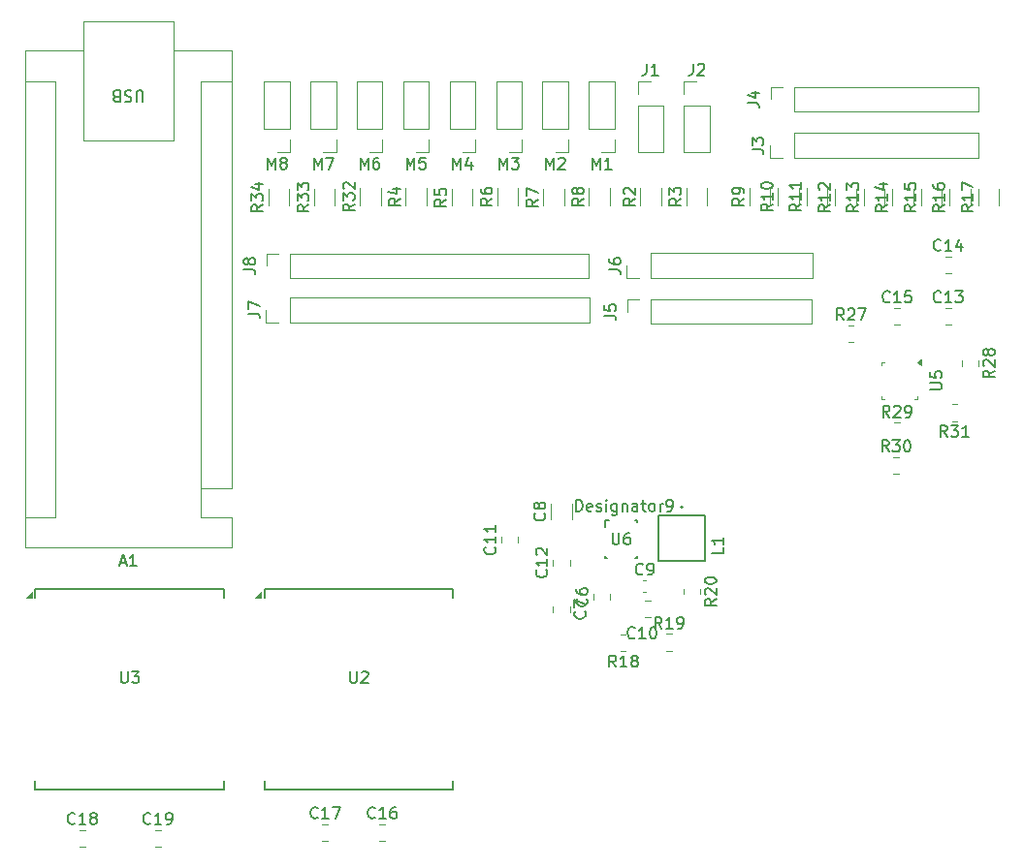
<source format=gbr>
%TF.GenerationSoftware,KiCad,Pcbnew,9.0.3*%
%TF.CreationDate,2025-07-24T22:11:21+07:00*%
%TF.ProjectId,flying thing that crashes,666c7969-6e67-4207-9468-696e67207468,rev?*%
%TF.SameCoordinates,Original*%
%TF.FileFunction,Legend,Top*%
%TF.FilePolarity,Positive*%
%FSLAX45Y45*%
G04 Gerber Fmt 4.5, Leading zero omitted, Abs format (unit mm)*
G04 Created by KiCad (PCBNEW 9.0.3) date 2025-07-24 22:11:21*
%MOMM*%
%LPD*%
G01*
G04 APERTURE LIST*
%ADD10C,0.150000*%
%ADD11C,0.120000*%
%ADD12C,0.127000*%
%ADD13C,0.200000*%
G04 APERTURE END LIST*
D10*
X6012482Y-3016417D02*
X5964863Y-3049750D01*
X6012482Y-3073559D02*
X5912482Y-3073559D01*
X5912482Y-3073559D02*
X5912482Y-3035464D01*
X5912482Y-3035464D02*
X5917244Y-3025940D01*
X5917244Y-3025940D02*
X5922006Y-3021178D01*
X5922006Y-3021178D02*
X5931529Y-3016417D01*
X5931529Y-3016417D02*
X5945815Y-3016417D01*
X5945815Y-3016417D02*
X5955339Y-3021178D01*
X5955339Y-3021178D02*
X5960101Y-3025940D01*
X5960101Y-3025940D02*
X5964863Y-3035464D01*
X5964863Y-3035464D02*
X5964863Y-3073559D01*
X5912482Y-2983083D02*
X5912482Y-2916417D01*
X5912482Y-2916417D02*
X6012482Y-2959274D01*
X4869048Y-2752482D02*
X4869048Y-2652482D01*
X4869048Y-2652482D02*
X4902381Y-2723910D01*
X4902381Y-2723910D02*
X4935714Y-2652482D01*
X4935714Y-2652482D02*
X4935714Y-2752482D01*
X5030952Y-2652482D02*
X4983333Y-2652482D01*
X4983333Y-2652482D02*
X4978571Y-2700101D01*
X4978571Y-2700101D02*
X4983333Y-2695339D01*
X4983333Y-2695339D02*
X4992857Y-2690577D01*
X4992857Y-2690577D02*
X5016667Y-2690577D01*
X5016667Y-2690577D02*
X5026190Y-2695339D01*
X5026190Y-2695339D02*
X5030952Y-2700101D01*
X5030952Y-2700101D02*
X5035714Y-2709625D01*
X5035714Y-2709625D02*
X5035714Y-2733434D01*
X5035714Y-2733434D02*
X5030952Y-2742958D01*
X5030952Y-2742958D02*
X5026190Y-2747720D01*
X5026190Y-2747720D02*
X5016667Y-2752482D01*
X5016667Y-2752482D02*
X4992857Y-2752482D01*
X4992857Y-2752482D02*
X4983333Y-2747720D01*
X4983333Y-2747720D02*
X4978571Y-2742958D01*
X9312482Y-3064036D02*
X9264863Y-3097369D01*
X9312482Y-3121178D02*
X9212482Y-3121178D01*
X9212482Y-3121178D02*
X9212482Y-3083083D01*
X9212482Y-3083083D02*
X9217244Y-3073559D01*
X9217244Y-3073559D02*
X9222006Y-3068798D01*
X9222006Y-3068798D02*
X9231530Y-3064036D01*
X9231530Y-3064036D02*
X9245815Y-3064036D01*
X9245815Y-3064036D02*
X9255339Y-3068798D01*
X9255339Y-3068798D02*
X9260101Y-3073559D01*
X9260101Y-3073559D02*
X9264863Y-3083083D01*
X9264863Y-3083083D02*
X9264863Y-3121178D01*
X9312482Y-2968798D02*
X9312482Y-3025940D01*
X9312482Y-2997369D02*
X9212482Y-2997369D01*
X9212482Y-2997369D02*
X9226768Y-3006893D01*
X9226768Y-3006893D02*
X9236291Y-3016417D01*
X9236291Y-3016417D02*
X9241053Y-3025940D01*
X9212482Y-2878321D02*
X9212482Y-2925940D01*
X9212482Y-2925940D02*
X9260101Y-2930702D01*
X9260101Y-2930702D02*
X9255339Y-2925940D01*
X9255339Y-2925940D02*
X9250577Y-2916417D01*
X9250577Y-2916417D02*
X9250577Y-2892607D01*
X9250577Y-2892607D02*
X9255339Y-2883083D01*
X9255339Y-2883083D02*
X9260101Y-2878321D01*
X9260101Y-2878321D02*
X9269625Y-2873559D01*
X9269625Y-2873559D02*
X9293434Y-2873559D01*
X9293434Y-2873559D02*
X9302958Y-2878321D01*
X9302958Y-2878321D02*
X9307720Y-2883083D01*
X9307720Y-2883083D02*
X9312482Y-2892607D01*
X9312482Y-2892607D02*
X9312482Y-2916417D01*
X9312482Y-2916417D02*
X9307720Y-2925940D01*
X9307720Y-2925940D02*
X9302958Y-2930702D01*
X4812482Y-3008917D02*
X4764863Y-3042250D01*
X4812482Y-3066059D02*
X4712482Y-3066059D01*
X4712482Y-3066059D02*
X4712482Y-3027964D01*
X4712482Y-3027964D02*
X4717244Y-3018440D01*
X4717244Y-3018440D02*
X4722006Y-3013678D01*
X4722006Y-3013678D02*
X4731530Y-3008917D01*
X4731530Y-3008917D02*
X4745815Y-3008917D01*
X4745815Y-3008917D02*
X4755339Y-3013678D01*
X4755339Y-3013678D02*
X4760101Y-3018440D01*
X4760101Y-3018440D02*
X4764863Y-3027964D01*
X4764863Y-3027964D02*
X4764863Y-3066059D01*
X4745815Y-2923202D02*
X4812482Y-2923202D01*
X4707720Y-2947012D02*
X4779149Y-2970821D01*
X4779149Y-2970821D02*
X4779149Y-2908917D01*
X3612482Y-3064036D02*
X3564863Y-3097369D01*
X3612482Y-3121178D02*
X3512482Y-3121178D01*
X3512482Y-3121178D02*
X3512482Y-3083083D01*
X3512482Y-3083083D02*
X3517244Y-3073559D01*
X3517244Y-3073559D02*
X3522006Y-3068798D01*
X3522006Y-3068798D02*
X3531529Y-3064036D01*
X3531529Y-3064036D02*
X3545815Y-3064036D01*
X3545815Y-3064036D02*
X3555339Y-3068798D01*
X3555339Y-3068798D02*
X3560101Y-3073559D01*
X3560101Y-3073559D02*
X3564863Y-3083083D01*
X3564863Y-3083083D02*
X3564863Y-3121178D01*
X3512482Y-3030702D02*
X3512482Y-2968798D01*
X3512482Y-2968798D02*
X3550577Y-3002131D01*
X3550577Y-3002131D02*
X3550577Y-2987845D01*
X3550577Y-2987845D02*
X3555339Y-2978321D01*
X3555339Y-2978321D02*
X3560101Y-2973559D01*
X3560101Y-2973559D02*
X3569625Y-2968798D01*
X3569625Y-2968798D02*
X3593434Y-2968798D01*
X3593434Y-2968798D02*
X3602958Y-2973559D01*
X3602958Y-2973559D02*
X3607720Y-2978321D01*
X3607720Y-2978321D02*
X3612482Y-2987845D01*
X3612482Y-2987845D02*
X3612482Y-3016417D01*
X3612482Y-3016417D02*
X3607720Y-3025940D01*
X3607720Y-3025940D02*
X3602958Y-3030702D01*
X3545815Y-2883083D02*
X3612482Y-2883083D01*
X3507720Y-2906893D02*
X3579148Y-2930702D01*
X3579148Y-2930702D02*
X3579148Y-2868798D01*
X6961667Y-1830482D02*
X6961667Y-1901910D01*
X6961667Y-1901910D02*
X6956905Y-1916196D01*
X6956905Y-1916196D02*
X6947381Y-1925720D01*
X6947381Y-1925720D02*
X6933095Y-1930482D01*
X6933095Y-1930482D02*
X6923571Y-1930482D01*
X7061667Y-1930482D02*
X7004524Y-1930482D01*
X7033095Y-1930482D02*
X7033095Y-1830482D01*
X7033095Y-1830482D02*
X7023571Y-1844768D01*
X7023571Y-1844768D02*
X7014048Y-1854291D01*
X7014048Y-1854291D02*
X7004524Y-1859053D01*
X9585714Y-5091482D02*
X9552381Y-5043863D01*
X9528571Y-5091482D02*
X9528571Y-4991482D01*
X9528571Y-4991482D02*
X9566667Y-4991482D01*
X9566667Y-4991482D02*
X9576190Y-4996244D01*
X9576190Y-4996244D02*
X9580952Y-5001006D01*
X9580952Y-5001006D02*
X9585714Y-5010530D01*
X9585714Y-5010530D02*
X9585714Y-5024815D01*
X9585714Y-5024815D02*
X9580952Y-5034339D01*
X9580952Y-5034339D02*
X9576190Y-5039101D01*
X9576190Y-5039101D02*
X9566667Y-5043863D01*
X9566667Y-5043863D02*
X9528571Y-5043863D01*
X9619048Y-4991482D02*
X9680952Y-4991482D01*
X9680952Y-4991482D02*
X9647619Y-5029577D01*
X9647619Y-5029577D02*
X9661905Y-5029577D01*
X9661905Y-5029577D02*
X9671429Y-5034339D01*
X9671429Y-5034339D02*
X9676190Y-5039101D01*
X9676190Y-5039101D02*
X9680952Y-5048625D01*
X9680952Y-5048625D02*
X9680952Y-5072434D01*
X9680952Y-5072434D02*
X9676190Y-5081958D01*
X9676190Y-5081958D02*
X9671429Y-5086720D01*
X9671429Y-5086720D02*
X9661905Y-5091482D01*
X9661905Y-5091482D02*
X9633333Y-5091482D01*
X9633333Y-5091482D02*
X9623810Y-5086720D01*
X9623810Y-5086720D02*
X9619048Y-5081958D01*
X9776190Y-5091482D02*
X9719048Y-5091482D01*
X9747619Y-5091482D02*
X9747619Y-4991482D01*
X9747619Y-4991482D02*
X9738095Y-5005768D01*
X9738095Y-5005768D02*
X9728571Y-5015291D01*
X9728571Y-5015291D02*
X9719048Y-5020053D01*
X9562482Y-3064036D02*
X9514863Y-3097369D01*
X9562482Y-3121178D02*
X9462482Y-3121178D01*
X9462482Y-3121178D02*
X9462482Y-3083083D01*
X9462482Y-3083083D02*
X9467244Y-3073559D01*
X9467244Y-3073559D02*
X9472006Y-3068798D01*
X9472006Y-3068798D02*
X9481530Y-3064036D01*
X9481530Y-3064036D02*
X9495815Y-3064036D01*
X9495815Y-3064036D02*
X9505339Y-3068798D01*
X9505339Y-3068798D02*
X9510101Y-3073559D01*
X9510101Y-3073559D02*
X9514863Y-3083083D01*
X9514863Y-3083083D02*
X9514863Y-3121178D01*
X9562482Y-2968798D02*
X9562482Y-3025940D01*
X9562482Y-2997369D02*
X9462482Y-2997369D01*
X9462482Y-2997369D02*
X9476768Y-3006893D01*
X9476768Y-3006893D02*
X9486291Y-3016417D01*
X9486291Y-3016417D02*
X9491053Y-3025940D01*
X9462482Y-2883083D02*
X9462482Y-2902131D01*
X9462482Y-2902131D02*
X9467244Y-2911655D01*
X9467244Y-2911655D02*
X9472006Y-2916417D01*
X9472006Y-2916417D02*
X9486291Y-2925940D01*
X9486291Y-2925940D02*
X9505339Y-2930702D01*
X9505339Y-2930702D02*
X9543434Y-2930702D01*
X9543434Y-2930702D02*
X9552958Y-2925940D01*
X9552958Y-2925940D02*
X9557720Y-2921178D01*
X9557720Y-2921178D02*
X9562482Y-2911655D01*
X9562482Y-2911655D02*
X9562482Y-2892607D01*
X9562482Y-2892607D02*
X9557720Y-2883083D01*
X9557720Y-2883083D02*
X9552958Y-2878321D01*
X9552958Y-2878321D02*
X9543434Y-2873559D01*
X9543434Y-2873559D02*
X9519625Y-2873559D01*
X9519625Y-2873559D02*
X9510101Y-2878321D01*
X9510101Y-2878321D02*
X9505339Y-2883083D01*
X9505339Y-2883083D02*
X9500577Y-2892607D01*
X9500577Y-2892607D02*
X9500577Y-2911655D01*
X9500577Y-2911655D02*
X9505339Y-2921178D01*
X9505339Y-2921178D02*
X9510101Y-2925940D01*
X9510101Y-2925940D02*
X9519625Y-2930702D01*
X2630714Y-8467958D02*
X2625952Y-8472720D01*
X2625952Y-8472720D02*
X2611667Y-8477482D01*
X2611667Y-8477482D02*
X2602143Y-8477482D01*
X2602143Y-8477482D02*
X2587857Y-8472720D01*
X2587857Y-8472720D02*
X2578333Y-8463196D01*
X2578333Y-8463196D02*
X2573571Y-8453672D01*
X2573571Y-8453672D02*
X2568810Y-8434625D01*
X2568810Y-8434625D02*
X2568810Y-8420339D01*
X2568810Y-8420339D02*
X2573571Y-8401291D01*
X2573571Y-8401291D02*
X2578333Y-8391768D01*
X2578333Y-8391768D02*
X2587857Y-8382244D01*
X2587857Y-8382244D02*
X2602143Y-8377482D01*
X2602143Y-8377482D02*
X2611667Y-8377482D01*
X2611667Y-8377482D02*
X2625952Y-8382244D01*
X2625952Y-8382244D02*
X2630714Y-8387006D01*
X2725952Y-8477482D02*
X2668810Y-8477482D01*
X2697381Y-8477482D02*
X2697381Y-8377482D01*
X2697381Y-8377482D02*
X2687857Y-8391768D01*
X2687857Y-8391768D02*
X2678333Y-8401291D01*
X2678333Y-8401291D02*
X2668810Y-8406053D01*
X2773571Y-8477482D02*
X2792619Y-8477482D01*
X2792619Y-8477482D02*
X2802143Y-8472720D01*
X2802143Y-8472720D02*
X2806905Y-8467958D01*
X2806905Y-8467958D02*
X2816428Y-8453672D01*
X2816428Y-8453672D02*
X2821190Y-8434625D01*
X2821190Y-8434625D02*
X2821190Y-8396530D01*
X2821190Y-8396530D02*
X2816428Y-8387006D01*
X2816428Y-8387006D02*
X2811667Y-8382244D01*
X2811667Y-8382244D02*
X2802143Y-8377482D01*
X2802143Y-8377482D02*
X2783095Y-8377482D01*
X2783095Y-8377482D02*
X2773571Y-8382244D01*
X2773571Y-8382244D02*
X2768810Y-8387006D01*
X2768810Y-8387006D02*
X2764048Y-8396530D01*
X2764048Y-8396530D02*
X2764048Y-8420339D01*
X2764048Y-8420339D02*
X2768810Y-8429863D01*
X2768810Y-8429863D02*
X2773571Y-8434625D01*
X2773571Y-8434625D02*
X2783095Y-8439387D01*
X2783095Y-8439387D02*
X2802143Y-8439387D01*
X2802143Y-8439387D02*
X2811667Y-8434625D01*
X2811667Y-8434625D02*
X2816428Y-8429863D01*
X2816428Y-8429863D02*
X2821190Y-8420339D01*
X7366667Y-1830482D02*
X7366667Y-1901910D01*
X7366667Y-1901910D02*
X7361905Y-1916196D01*
X7361905Y-1916196D02*
X7352381Y-1925720D01*
X7352381Y-1925720D02*
X7338095Y-1930482D01*
X7338095Y-1930482D02*
X7328571Y-1930482D01*
X7409524Y-1840006D02*
X7414286Y-1835244D01*
X7414286Y-1835244D02*
X7423809Y-1830482D01*
X7423809Y-1830482D02*
X7447619Y-1830482D01*
X7447619Y-1830482D02*
X7457143Y-1835244D01*
X7457143Y-1835244D02*
X7461905Y-1840006D01*
X7461905Y-1840006D02*
X7466667Y-1849529D01*
X7466667Y-1849529D02*
X7466667Y-1859053D01*
X7466667Y-1859053D02*
X7461905Y-1873339D01*
X7461905Y-1873339D02*
X7404762Y-1930482D01*
X7404762Y-1930482D02*
X7466667Y-1930482D01*
X2373810Y-7141482D02*
X2373810Y-7222434D01*
X2373810Y-7222434D02*
X2378571Y-7231958D01*
X2378571Y-7231958D02*
X2383333Y-7236720D01*
X2383333Y-7236720D02*
X2392857Y-7241482D01*
X2392857Y-7241482D02*
X2411905Y-7241482D01*
X2411905Y-7241482D02*
X2421429Y-7236720D01*
X2421429Y-7236720D02*
X2426190Y-7231958D01*
X2426190Y-7231958D02*
X2430952Y-7222434D01*
X2430952Y-7222434D02*
X2430952Y-7141482D01*
X2469048Y-7141482D02*
X2530952Y-7141482D01*
X2530952Y-7141482D02*
X2497619Y-7179577D01*
X2497619Y-7179577D02*
X2511905Y-7179577D01*
X2511905Y-7179577D02*
X2521429Y-7184339D01*
X2521429Y-7184339D02*
X2526190Y-7189101D01*
X2526190Y-7189101D02*
X2530952Y-7198625D01*
X2530952Y-7198625D02*
X2530952Y-7222434D01*
X2530952Y-7222434D02*
X2526190Y-7231958D01*
X2526190Y-7231958D02*
X2521429Y-7236720D01*
X2521429Y-7236720D02*
X2511905Y-7241482D01*
X2511905Y-7241482D02*
X2483333Y-7241482D01*
X2483333Y-7241482D02*
X2473810Y-7236720D01*
X2473810Y-7236720D02*
X2469048Y-7231958D01*
X8684464Y-4070232D02*
X8651131Y-4022613D01*
X8627321Y-4070232D02*
X8627321Y-3970232D01*
X8627321Y-3970232D02*
X8665417Y-3970232D01*
X8665417Y-3970232D02*
X8674940Y-3974994D01*
X8674940Y-3974994D02*
X8679702Y-3979756D01*
X8679702Y-3979756D02*
X8684464Y-3989279D01*
X8684464Y-3989279D02*
X8684464Y-4003565D01*
X8684464Y-4003565D02*
X8679702Y-4013089D01*
X8679702Y-4013089D02*
X8674940Y-4017851D01*
X8674940Y-4017851D02*
X8665417Y-4022613D01*
X8665417Y-4022613D02*
X8627321Y-4022613D01*
X8722560Y-3979756D02*
X8727321Y-3974994D01*
X8727321Y-3974994D02*
X8736845Y-3970232D01*
X8736845Y-3970232D02*
X8760655Y-3970232D01*
X8760655Y-3970232D02*
X8770179Y-3974994D01*
X8770179Y-3974994D02*
X8774940Y-3979756D01*
X8774940Y-3979756D02*
X8779702Y-3989279D01*
X8779702Y-3989279D02*
X8779702Y-3998803D01*
X8779702Y-3998803D02*
X8774940Y-4013089D01*
X8774940Y-4013089D02*
X8717798Y-4070232D01*
X8717798Y-4070232D02*
X8779702Y-4070232D01*
X8813036Y-3970232D02*
X8879702Y-3970232D01*
X8879702Y-3970232D02*
X8836845Y-4070232D01*
X4012482Y-3064036D02*
X3964863Y-3097369D01*
X4012482Y-3121178D02*
X3912482Y-3121178D01*
X3912482Y-3121178D02*
X3912482Y-3083083D01*
X3912482Y-3083083D02*
X3917244Y-3073559D01*
X3917244Y-3073559D02*
X3922006Y-3068798D01*
X3922006Y-3068798D02*
X3931529Y-3064036D01*
X3931529Y-3064036D02*
X3945815Y-3064036D01*
X3945815Y-3064036D02*
X3955339Y-3068798D01*
X3955339Y-3068798D02*
X3960101Y-3073559D01*
X3960101Y-3073559D02*
X3964863Y-3083083D01*
X3964863Y-3083083D02*
X3964863Y-3121178D01*
X3912482Y-3030702D02*
X3912482Y-2968798D01*
X3912482Y-2968798D02*
X3950577Y-3002131D01*
X3950577Y-3002131D02*
X3950577Y-2987845D01*
X3950577Y-2987845D02*
X3955339Y-2978321D01*
X3955339Y-2978321D02*
X3960101Y-2973559D01*
X3960101Y-2973559D02*
X3969625Y-2968798D01*
X3969625Y-2968798D02*
X3993434Y-2968798D01*
X3993434Y-2968798D02*
X4002958Y-2973559D01*
X4002958Y-2973559D02*
X4007720Y-2978321D01*
X4007720Y-2978321D02*
X4012482Y-2987845D01*
X4012482Y-2987845D02*
X4012482Y-3016417D01*
X4012482Y-3016417D02*
X4007720Y-3025940D01*
X4007720Y-3025940D02*
X4002958Y-3030702D01*
X3912482Y-2935464D02*
X3912482Y-2873559D01*
X3912482Y-2873559D02*
X3950577Y-2906893D01*
X3950577Y-2906893D02*
X3950577Y-2892607D01*
X3950577Y-2892607D02*
X3955339Y-2883083D01*
X3955339Y-2883083D02*
X3960101Y-2878321D01*
X3960101Y-2878321D02*
X3969625Y-2873559D01*
X3969625Y-2873559D02*
X3993434Y-2873559D01*
X3993434Y-2873559D02*
X4002958Y-2878321D01*
X4002958Y-2878321D02*
X4007720Y-2883083D01*
X4007720Y-2883083D02*
X4012482Y-2892607D01*
X4012482Y-2892607D02*
X4012482Y-2921178D01*
X4012482Y-2921178D02*
X4007720Y-2930702D01*
X4007720Y-2930702D02*
X4002958Y-2935464D01*
X9530714Y-3457708D02*
X9525952Y-3462470D01*
X9525952Y-3462470D02*
X9511667Y-3467232D01*
X9511667Y-3467232D02*
X9502143Y-3467232D01*
X9502143Y-3467232D02*
X9487857Y-3462470D01*
X9487857Y-3462470D02*
X9478333Y-3452946D01*
X9478333Y-3452946D02*
X9473571Y-3443422D01*
X9473571Y-3443422D02*
X9468810Y-3424375D01*
X9468810Y-3424375D02*
X9468810Y-3410089D01*
X9468810Y-3410089D02*
X9473571Y-3391041D01*
X9473571Y-3391041D02*
X9478333Y-3381518D01*
X9478333Y-3381518D02*
X9487857Y-3371994D01*
X9487857Y-3371994D02*
X9502143Y-3367232D01*
X9502143Y-3367232D02*
X9511667Y-3367232D01*
X9511667Y-3367232D02*
X9525952Y-3371994D01*
X9525952Y-3371994D02*
X9530714Y-3376756D01*
X9625952Y-3467232D02*
X9568810Y-3467232D01*
X9597381Y-3467232D02*
X9597381Y-3367232D01*
X9597381Y-3367232D02*
X9587857Y-3381518D01*
X9587857Y-3381518D02*
X9578333Y-3391041D01*
X9578333Y-3391041D02*
X9568810Y-3395803D01*
X9711667Y-3400565D02*
X9711667Y-3467232D01*
X9687857Y-3362470D02*
X9664048Y-3433898D01*
X9664048Y-3433898D02*
X9725952Y-3433898D01*
X7631232Y-6058167D02*
X7631232Y-6105786D01*
X7631232Y-6105786D02*
X7531232Y-6105786D01*
X7631232Y-5972452D02*
X7631232Y-6029595D01*
X7631232Y-6001024D02*
X7531232Y-6001024D01*
X7531232Y-6001024D02*
X7545518Y-6010547D01*
X7545518Y-6010547D02*
X7555041Y-6020071D01*
X7555041Y-6020071D02*
X7559803Y-6029595D01*
X5679048Y-2752482D02*
X5679048Y-2652482D01*
X5679048Y-2652482D02*
X5712381Y-2723910D01*
X5712381Y-2723910D02*
X5745714Y-2652482D01*
X5745714Y-2652482D02*
X5745714Y-2752482D01*
X5783809Y-2652482D02*
X5845714Y-2652482D01*
X5845714Y-2652482D02*
X5812381Y-2690577D01*
X5812381Y-2690577D02*
X5826667Y-2690577D01*
X5826667Y-2690577D02*
X5836190Y-2695339D01*
X5836190Y-2695339D02*
X5840952Y-2700101D01*
X5840952Y-2700101D02*
X5845714Y-2709625D01*
X5845714Y-2709625D02*
X5845714Y-2733434D01*
X5845714Y-2733434D02*
X5840952Y-2742958D01*
X5840952Y-2742958D02*
X5836190Y-2747720D01*
X5836190Y-2747720D02*
X5826667Y-2752482D01*
X5826667Y-2752482D02*
X5798095Y-2752482D01*
X5798095Y-2752482D02*
X5788571Y-2747720D01*
X5788571Y-2747720D02*
X5783809Y-2742958D01*
X8812482Y-3064036D02*
X8764863Y-3097369D01*
X8812482Y-3121178D02*
X8712482Y-3121178D01*
X8712482Y-3121178D02*
X8712482Y-3083083D01*
X8712482Y-3083083D02*
X8717244Y-3073559D01*
X8717244Y-3073559D02*
X8722006Y-3068798D01*
X8722006Y-3068798D02*
X8731530Y-3064036D01*
X8731530Y-3064036D02*
X8745815Y-3064036D01*
X8745815Y-3064036D02*
X8755339Y-3068798D01*
X8755339Y-3068798D02*
X8760101Y-3073559D01*
X8760101Y-3073559D02*
X8764863Y-3083083D01*
X8764863Y-3083083D02*
X8764863Y-3121178D01*
X8812482Y-2968798D02*
X8812482Y-3025940D01*
X8812482Y-2997369D02*
X8712482Y-2997369D01*
X8712482Y-2997369D02*
X8726768Y-3006893D01*
X8726768Y-3006893D02*
X8736291Y-3016417D01*
X8736291Y-3016417D02*
X8741053Y-3025940D01*
X8712482Y-2935464D02*
X8712482Y-2873559D01*
X8712482Y-2873559D02*
X8750577Y-2906893D01*
X8750577Y-2906893D02*
X8750577Y-2892607D01*
X8750577Y-2892607D02*
X8755339Y-2883083D01*
X8755339Y-2883083D02*
X8760101Y-2878321D01*
X8760101Y-2878321D02*
X8769625Y-2873559D01*
X8769625Y-2873559D02*
X8793434Y-2873559D01*
X8793434Y-2873559D02*
X8802958Y-2878321D01*
X8802958Y-2878321D02*
X8807720Y-2883083D01*
X8807720Y-2883083D02*
X8812482Y-2892607D01*
X8812482Y-2892607D02*
X8812482Y-2921178D01*
X8812482Y-2921178D02*
X8807720Y-2930702D01*
X8807720Y-2930702D02*
X8802958Y-2935464D01*
X4464048Y-2752482D02*
X4464048Y-2652482D01*
X4464048Y-2652482D02*
X4497381Y-2723910D01*
X4497381Y-2723910D02*
X4530714Y-2652482D01*
X4530714Y-2652482D02*
X4530714Y-2752482D01*
X4621190Y-2652482D02*
X4602143Y-2652482D01*
X4602143Y-2652482D02*
X4592619Y-2657244D01*
X4592619Y-2657244D02*
X4587857Y-2662006D01*
X4587857Y-2662006D02*
X4578333Y-2676291D01*
X4578333Y-2676291D02*
X4573571Y-2695339D01*
X4573571Y-2695339D02*
X4573571Y-2733434D01*
X4573571Y-2733434D02*
X4578333Y-2742958D01*
X4578333Y-2742958D02*
X4583095Y-2747720D01*
X4583095Y-2747720D02*
X4592619Y-2752482D01*
X4592619Y-2752482D02*
X4611667Y-2752482D01*
X4611667Y-2752482D02*
X4621190Y-2747720D01*
X4621190Y-2747720D02*
X4625952Y-2742958D01*
X4625952Y-2742958D02*
X4630714Y-2733434D01*
X4630714Y-2733434D02*
X4630714Y-2709625D01*
X4630714Y-2709625D02*
X4625952Y-2700101D01*
X4625952Y-2700101D02*
X4621190Y-2695339D01*
X4621190Y-2695339D02*
X4611667Y-2690577D01*
X4611667Y-2690577D02*
X4592619Y-2690577D01*
X4592619Y-2690577D02*
X4583095Y-2695339D01*
X4583095Y-2695339D02*
X4578333Y-2700101D01*
X4578333Y-2700101D02*
X4573571Y-2709625D01*
X9076964Y-5220232D02*
X9043631Y-5172613D01*
X9019821Y-5220232D02*
X9019821Y-5120232D01*
X9019821Y-5120232D02*
X9057917Y-5120232D01*
X9057917Y-5120232D02*
X9067440Y-5124994D01*
X9067440Y-5124994D02*
X9072202Y-5129756D01*
X9072202Y-5129756D02*
X9076964Y-5139280D01*
X9076964Y-5139280D02*
X9076964Y-5153565D01*
X9076964Y-5153565D02*
X9072202Y-5163089D01*
X9072202Y-5163089D02*
X9067440Y-5167851D01*
X9067440Y-5167851D02*
X9057917Y-5172613D01*
X9057917Y-5172613D02*
X9019821Y-5172613D01*
X9110298Y-5120232D02*
X9172202Y-5120232D01*
X9172202Y-5120232D02*
X9138869Y-5158327D01*
X9138869Y-5158327D02*
X9153155Y-5158327D01*
X9153155Y-5158327D02*
X9162679Y-5163089D01*
X9162679Y-5163089D02*
X9167440Y-5167851D01*
X9167440Y-5167851D02*
X9172202Y-5177375D01*
X9172202Y-5177375D02*
X9172202Y-5201184D01*
X9172202Y-5201184D02*
X9167440Y-5210708D01*
X9167440Y-5210708D02*
X9162679Y-5215470D01*
X9162679Y-5215470D02*
X9153155Y-5220232D01*
X9153155Y-5220232D02*
X9124583Y-5220232D01*
X9124583Y-5220232D02*
X9115060Y-5215470D01*
X9115060Y-5215470D02*
X9110298Y-5210708D01*
X9234107Y-5120232D02*
X9243631Y-5120232D01*
X9243631Y-5120232D02*
X9253155Y-5124994D01*
X9253155Y-5124994D02*
X9257917Y-5129756D01*
X9257917Y-5129756D02*
X9262679Y-5139280D01*
X9262679Y-5139280D02*
X9267440Y-5158327D01*
X9267440Y-5158327D02*
X9267440Y-5182137D01*
X9267440Y-5182137D02*
X9262679Y-5201184D01*
X9262679Y-5201184D02*
X9257917Y-5210708D01*
X9257917Y-5210708D02*
X9253155Y-5215470D01*
X9253155Y-5215470D02*
X9243631Y-5220232D01*
X9243631Y-5220232D02*
X9234107Y-5220232D01*
X9234107Y-5220232D02*
X9224583Y-5215470D01*
X9224583Y-5215470D02*
X9219821Y-5210708D01*
X9219821Y-5210708D02*
X9215060Y-5201184D01*
X9215060Y-5201184D02*
X9210298Y-5182137D01*
X9210298Y-5182137D02*
X9210298Y-5158327D01*
X9210298Y-5158327D02*
X9215060Y-5139280D01*
X9215060Y-5139280D02*
X9219821Y-5129756D01*
X9219821Y-5129756D02*
X9224583Y-5124994D01*
X9224583Y-5124994D02*
X9234107Y-5120232D01*
X3484482Y-4014333D02*
X3555910Y-4014333D01*
X3555910Y-4014333D02*
X3570196Y-4019095D01*
X3570196Y-4019095D02*
X3579720Y-4028619D01*
X3579720Y-4028619D02*
X3584482Y-4042905D01*
X3584482Y-4042905D02*
X3584482Y-4052428D01*
X3484482Y-3976238D02*
X3484482Y-3909571D01*
X3484482Y-3909571D02*
X3584482Y-3952428D01*
X4412482Y-3056536D02*
X4364863Y-3089869D01*
X4412482Y-3113678D02*
X4312482Y-3113678D01*
X4312482Y-3113678D02*
X4312482Y-3075583D01*
X4312482Y-3075583D02*
X4317244Y-3066059D01*
X4317244Y-3066059D02*
X4322006Y-3061298D01*
X4322006Y-3061298D02*
X4331530Y-3056536D01*
X4331530Y-3056536D02*
X4345815Y-3056536D01*
X4345815Y-3056536D02*
X4355339Y-3061298D01*
X4355339Y-3061298D02*
X4360101Y-3066059D01*
X4360101Y-3066059D02*
X4364863Y-3075583D01*
X4364863Y-3075583D02*
X4364863Y-3113678D01*
X4312482Y-3023202D02*
X4312482Y-2961298D01*
X4312482Y-2961298D02*
X4350577Y-2994631D01*
X4350577Y-2994631D02*
X4350577Y-2980345D01*
X4350577Y-2980345D02*
X4355339Y-2970821D01*
X4355339Y-2970821D02*
X4360101Y-2966059D01*
X4360101Y-2966059D02*
X4369625Y-2961298D01*
X4369625Y-2961298D02*
X4393434Y-2961298D01*
X4393434Y-2961298D02*
X4402958Y-2966059D01*
X4402958Y-2966059D02*
X4407720Y-2970821D01*
X4407720Y-2970821D02*
X4412482Y-2980345D01*
X4412482Y-2980345D02*
X4412482Y-3008917D01*
X4412482Y-3008917D02*
X4407720Y-3018440D01*
X4407720Y-3018440D02*
X4402958Y-3023202D01*
X4322006Y-2923202D02*
X4317244Y-2918440D01*
X4317244Y-2918440D02*
X4312482Y-2908917D01*
X4312482Y-2908917D02*
X4312482Y-2885107D01*
X4312482Y-2885107D02*
X4317244Y-2875583D01*
X4317244Y-2875583D02*
X4322006Y-2870821D01*
X4322006Y-2870821D02*
X4331530Y-2866059D01*
X4331530Y-2866059D02*
X4341053Y-2866059D01*
X4341053Y-2866059D02*
X4355339Y-2870821D01*
X4355339Y-2870821D02*
X4412482Y-2927964D01*
X4412482Y-2927964D02*
X4412482Y-2866059D01*
X6489048Y-2752482D02*
X6489048Y-2652482D01*
X6489048Y-2652482D02*
X6522381Y-2723910D01*
X6522381Y-2723910D02*
X6555714Y-2652482D01*
X6555714Y-2652482D02*
X6555714Y-2752482D01*
X6655714Y-2752482D02*
X6598571Y-2752482D01*
X6627143Y-2752482D02*
X6627143Y-2652482D01*
X6627143Y-2652482D02*
X6617619Y-2666768D01*
X6617619Y-2666768D02*
X6608095Y-2676291D01*
X6608095Y-2676291D02*
X6598571Y-2681053D01*
X2366571Y-6190910D02*
X2414190Y-6190910D01*
X2357048Y-6219482D02*
X2390381Y-6119482D01*
X2390381Y-6119482D02*
X2423714Y-6219482D01*
X2509429Y-6219482D02*
X2452286Y-6219482D01*
X2480857Y-6219482D02*
X2480857Y-6119482D01*
X2480857Y-6119482D02*
X2471333Y-6133768D01*
X2471333Y-6133768D02*
X2461810Y-6143291D01*
X2461810Y-6143291D02*
X2452286Y-6148053D01*
X2564190Y-2164518D02*
X2564190Y-2083566D01*
X2564190Y-2083566D02*
X2559429Y-2074042D01*
X2559429Y-2074042D02*
X2554667Y-2069280D01*
X2554667Y-2069280D02*
X2545143Y-2064518D01*
X2545143Y-2064518D02*
X2526095Y-2064518D01*
X2526095Y-2064518D02*
X2516571Y-2069280D01*
X2516571Y-2069280D02*
X2511810Y-2074042D01*
X2511810Y-2074042D02*
X2507048Y-2083566D01*
X2507048Y-2083566D02*
X2507048Y-2164518D01*
X2464190Y-2069280D02*
X2449905Y-2064518D01*
X2449905Y-2064518D02*
X2426095Y-2064518D01*
X2426095Y-2064518D02*
X2416571Y-2069280D01*
X2416571Y-2069280D02*
X2411810Y-2074042D01*
X2411810Y-2074042D02*
X2407048Y-2083566D01*
X2407048Y-2083566D02*
X2407048Y-2093089D01*
X2407048Y-2093089D02*
X2411810Y-2102613D01*
X2411810Y-2102613D02*
X2416571Y-2107375D01*
X2416571Y-2107375D02*
X2426095Y-2112137D01*
X2426095Y-2112137D02*
X2445143Y-2116899D01*
X2445143Y-2116899D02*
X2454667Y-2121661D01*
X2454667Y-2121661D02*
X2459429Y-2126423D01*
X2459429Y-2126423D02*
X2464190Y-2135947D01*
X2464190Y-2135947D02*
X2464190Y-2145470D01*
X2464190Y-2145470D02*
X2459429Y-2154994D01*
X2459429Y-2154994D02*
X2454667Y-2159756D01*
X2454667Y-2159756D02*
X2445143Y-2164518D01*
X2445143Y-2164518D02*
X2421333Y-2164518D01*
X2421333Y-2164518D02*
X2407048Y-2159756D01*
X2330857Y-2116899D02*
X2316571Y-2112137D01*
X2316571Y-2112137D02*
X2311810Y-2107375D01*
X2311810Y-2107375D02*
X2307048Y-2097851D01*
X2307048Y-2097851D02*
X2307048Y-2083566D01*
X2307048Y-2083566D02*
X2311810Y-2074042D01*
X2311810Y-2074042D02*
X2316571Y-2069280D01*
X2316571Y-2069280D02*
X2326095Y-2064518D01*
X2326095Y-2064518D02*
X2364190Y-2064518D01*
X2364190Y-2064518D02*
X2364190Y-2164518D01*
X2364190Y-2164518D02*
X2330857Y-2164518D01*
X2330857Y-2164518D02*
X2321333Y-2159756D01*
X2321333Y-2159756D02*
X2316571Y-2154994D01*
X2316571Y-2154994D02*
X2311810Y-2145470D01*
X2311810Y-2145470D02*
X2311810Y-2135947D01*
X2311810Y-2135947D02*
X2316571Y-2126423D01*
X2316571Y-2126423D02*
X2321333Y-2121661D01*
X2321333Y-2121661D02*
X2330857Y-2116899D01*
X2330857Y-2116899D02*
X2364190Y-2116899D01*
X6664560Y-5931982D02*
X6664560Y-6012934D01*
X6664560Y-6012934D02*
X6669321Y-6022458D01*
X6669321Y-6022458D02*
X6674083Y-6027220D01*
X6674083Y-6027220D02*
X6683607Y-6031982D01*
X6683607Y-6031982D02*
X6702655Y-6031982D01*
X6702655Y-6031982D02*
X6712179Y-6027220D01*
X6712179Y-6027220D02*
X6716940Y-6022458D01*
X6716940Y-6022458D02*
X6721702Y-6012934D01*
X6721702Y-6012934D02*
X6721702Y-5931982D01*
X6812179Y-5931982D02*
X6793131Y-5931982D01*
X6793131Y-5931982D02*
X6783607Y-5936744D01*
X6783607Y-5936744D02*
X6778845Y-5941506D01*
X6778845Y-5941506D02*
X6769321Y-5955791D01*
X6769321Y-5955791D02*
X6764560Y-5974839D01*
X6764560Y-5974839D02*
X6764560Y-6012934D01*
X6764560Y-6012934D02*
X6769321Y-6022458D01*
X6769321Y-6022458D02*
X6774083Y-6027220D01*
X6774083Y-6027220D02*
X6783607Y-6031982D01*
X6783607Y-6031982D02*
X6802655Y-6031982D01*
X6802655Y-6031982D02*
X6812179Y-6027220D01*
X6812179Y-6027220D02*
X6816940Y-6022458D01*
X6816940Y-6022458D02*
X6821702Y-6012934D01*
X6821702Y-6012934D02*
X6821702Y-5989125D01*
X6821702Y-5989125D02*
X6816940Y-5979601D01*
X6816940Y-5979601D02*
X6812179Y-5974839D01*
X6812179Y-5974839D02*
X6802655Y-5970077D01*
X6802655Y-5970077D02*
X6783607Y-5970077D01*
X6783607Y-5970077D02*
X6774083Y-5974839D01*
X6774083Y-5974839D02*
X6769321Y-5979601D01*
X6769321Y-5979601D02*
X6764560Y-5989125D01*
X6345446Y-5741982D02*
X6345446Y-5641982D01*
X6345446Y-5641982D02*
X6369256Y-5641982D01*
X6369256Y-5641982D02*
X6383542Y-5646744D01*
X6383542Y-5646744D02*
X6393065Y-5656268D01*
X6393065Y-5656268D02*
X6397827Y-5665791D01*
X6397827Y-5665791D02*
X6402589Y-5684839D01*
X6402589Y-5684839D02*
X6402589Y-5699125D01*
X6402589Y-5699125D02*
X6397827Y-5718172D01*
X6397827Y-5718172D02*
X6393065Y-5727696D01*
X6393065Y-5727696D02*
X6383542Y-5737220D01*
X6383542Y-5737220D02*
X6369256Y-5741982D01*
X6369256Y-5741982D02*
X6345446Y-5741982D01*
X6483542Y-5737220D02*
X6474018Y-5741982D01*
X6474018Y-5741982D02*
X6454970Y-5741982D01*
X6454970Y-5741982D02*
X6445446Y-5737220D01*
X6445446Y-5737220D02*
X6440684Y-5727696D01*
X6440684Y-5727696D02*
X6440684Y-5689601D01*
X6440684Y-5689601D02*
X6445446Y-5680077D01*
X6445446Y-5680077D02*
X6454970Y-5675315D01*
X6454970Y-5675315D02*
X6474018Y-5675315D01*
X6474018Y-5675315D02*
X6483542Y-5680077D01*
X6483542Y-5680077D02*
X6488303Y-5689601D01*
X6488303Y-5689601D02*
X6488303Y-5699125D01*
X6488303Y-5699125D02*
X6440684Y-5708648D01*
X6526399Y-5737220D02*
X6535923Y-5741982D01*
X6535923Y-5741982D02*
X6554970Y-5741982D01*
X6554970Y-5741982D02*
X6564494Y-5737220D01*
X6564494Y-5737220D02*
X6569256Y-5727696D01*
X6569256Y-5727696D02*
X6569256Y-5722934D01*
X6569256Y-5722934D02*
X6564494Y-5713410D01*
X6564494Y-5713410D02*
X6554970Y-5708648D01*
X6554970Y-5708648D02*
X6540684Y-5708648D01*
X6540684Y-5708648D02*
X6531161Y-5703887D01*
X6531161Y-5703887D02*
X6526399Y-5694363D01*
X6526399Y-5694363D02*
X6526399Y-5689601D01*
X6526399Y-5689601D02*
X6531161Y-5680077D01*
X6531161Y-5680077D02*
X6540684Y-5675315D01*
X6540684Y-5675315D02*
X6554970Y-5675315D01*
X6554970Y-5675315D02*
X6564494Y-5680077D01*
X6612113Y-5741982D02*
X6612113Y-5675315D01*
X6612113Y-5641982D02*
X6607351Y-5646744D01*
X6607351Y-5646744D02*
X6612113Y-5651506D01*
X6612113Y-5651506D02*
X6616875Y-5646744D01*
X6616875Y-5646744D02*
X6612113Y-5641982D01*
X6612113Y-5641982D02*
X6612113Y-5651506D01*
X6702589Y-5675315D02*
X6702589Y-5756268D01*
X6702589Y-5756268D02*
X6697827Y-5765791D01*
X6697827Y-5765791D02*
X6693065Y-5770553D01*
X6693065Y-5770553D02*
X6683542Y-5775315D01*
X6683542Y-5775315D02*
X6669256Y-5775315D01*
X6669256Y-5775315D02*
X6659732Y-5770553D01*
X6702589Y-5737220D02*
X6693065Y-5741982D01*
X6693065Y-5741982D02*
X6674018Y-5741982D01*
X6674018Y-5741982D02*
X6664494Y-5737220D01*
X6664494Y-5737220D02*
X6659732Y-5732458D01*
X6659732Y-5732458D02*
X6654970Y-5722934D01*
X6654970Y-5722934D02*
X6654970Y-5694363D01*
X6654970Y-5694363D02*
X6659732Y-5684839D01*
X6659732Y-5684839D02*
X6664494Y-5680077D01*
X6664494Y-5680077D02*
X6674018Y-5675315D01*
X6674018Y-5675315D02*
X6693065Y-5675315D01*
X6693065Y-5675315D02*
X6702589Y-5680077D01*
X6750208Y-5675315D02*
X6750208Y-5741982D01*
X6750208Y-5684839D02*
X6754970Y-5680077D01*
X6754970Y-5680077D02*
X6764494Y-5675315D01*
X6764494Y-5675315D02*
X6778780Y-5675315D01*
X6778780Y-5675315D02*
X6788303Y-5680077D01*
X6788303Y-5680077D02*
X6793065Y-5689601D01*
X6793065Y-5689601D02*
X6793065Y-5741982D01*
X6883542Y-5741982D02*
X6883542Y-5689601D01*
X6883542Y-5689601D02*
X6878780Y-5680077D01*
X6878780Y-5680077D02*
X6869256Y-5675315D01*
X6869256Y-5675315D02*
X6850208Y-5675315D01*
X6850208Y-5675315D02*
X6840684Y-5680077D01*
X6883542Y-5737220D02*
X6874018Y-5741982D01*
X6874018Y-5741982D02*
X6850208Y-5741982D01*
X6850208Y-5741982D02*
X6840684Y-5737220D01*
X6840684Y-5737220D02*
X6835923Y-5727696D01*
X6835923Y-5727696D02*
X6835923Y-5718172D01*
X6835923Y-5718172D02*
X6840684Y-5708648D01*
X6840684Y-5708648D02*
X6850208Y-5703887D01*
X6850208Y-5703887D02*
X6874018Y-5703887D01*
X6874018Y-5703887D02*
X6883542Y-5699125D01*
X6916875Y-5675315D02*
X6954970Y-5675315D01*
X6931161Y-5641982D02*
X6931161Y-5727696D01*
X6931161Y-5727696D02*
X6935923Y-5737220D01*
X6935923Y-5737220D02*
X6945446Y-5741982D01*
X6945446Y-5741982D02*
X6954970Y-5741982D01*
X7002589Y-5741982D02*
X6993065Y-5737220D01*
X6993065Y-5737220D02*
X6988304Y-5732458D01*
X6988304Y-5732458D02*
X6983542Y-5722934D01*
X6983542Y-5722934D02*
X6983542Y-5694363D01*
X6983542Y-5694363D02*
X6988304Y-5684839D01*
X6988304Y-5684839D02*
X6993065Y-5680077D01*
X6993065Y-5680077D02*
X7002589Y-5675315D01*
X7002589Y-5675315D02*
X7016875Y-5675315D01*
X7016875Y-5675315D02*
X7026399Y-5680077D01*
X7026399Y-5680077D02*
X7031161Y-5684839D01*
X7031161Y-5684839D02*
X7035923Y-5694363D01*
X7035923Y-5694363D02*
X7035923Y-5722934D01*
X7035923Y-5722934D02*
X7031161Y-5732458D01*
X7031161Y-5732458D02*
X7026399Y-5737220D01*
X7026399Y-5737220D02*
X7016875Y-5741982D01*
X7016875Y-5741982D02*
X7002589Y-5741982D01*
X7078780Y-5741982D02*
X7078780Y-5675315D01*
X7078780Y-5694363D02*
X7083542Y-5684839D01*
X7083542Y-5684839D02*
X7088304Y-5680077D01*
X7088304Y-5680077D02*
X7097827Y-5675315D01*
X7097827Y-5675315D02*
X7107351Y-5675315D01*
X7145446Y-5741982D02*
X7164494Y-5741982D01*
X7164494Y-5741982D02*
X7174018Y-5737220D01*
X7174018Y-5737220D02*
X7178780Y-5732458D01*
X7178780Y-5732458D02*
X7188304Y-5718172D01*
X7188304Y-5718172D02*
X7193065Y-5699125D01*
X7193065Y-5699125D02*
X7193065Y-5661029D01*
X7193065Y-5661029D02*
X7188304Y-5651506D01*
X7188304Y-5651506D02*
X7183542Y-5646744D01*
X7183542Y-5646744D02*
X7174018Y-5641982D01*
X7174018Y-5641982D02*
X7154970Y-5641982D01*
X7154970Y-5641982D02*
X7145446Y-5646744D01*
X7145446Y-5646744D02*
X7140685Y-5651506D01*
X7140685Y-5651506D02*
X7135923Y-5661029D01*
X7135923Y-5661029D02*
X7135923Y-5684839D01*
X7135923Y-5684839D02*
X7140685Y-5694363D01*
X7140685Y-5694363D02*
X7145446Y-5699125D01*
X7145446Y-5699125D02*
X7154970Y-5703887D01*
X7154970Y-5703887D02*
X7174018Y-5703887D01*
X7174018Y-5703887D02*
X7183542Y-5699125D01*
X7183542Y-5699125D02*
X7188304Y-5694363D01*
X7188304Y-5694363D02*
X7193065Y-5684839D01*
X4090714Y-8417958D02*
X4085952Y-8422720D01*
X4085952Y-8422720D02*
X4071667Y-8427482D01*
X4071667Y-8427482D02*
X4062143Y-8427482D01*
X4062143Y-8427482D02*
X4047857Y-8422720D01*
X4047857Y-8422720D02*
X4038333Y-8413196D01*
X4038333Y-8413196D02*
X4033571Y-8403672D01*
X4033571Y-8403672D02*
X4028809Y-8384625D01*
X4028809Y-8384625D02*
X4028809Y-8370339D01*
X4028809Y-8370339D02*
X4033571Y-8351291D01*
X4033571Y-8351291D02*
X4038333Y-8341768D01*
X4038333Y-8341768D02*
X4047857Y-8332244D01*
X4047857Y-8332244D02*
X4062143Y-8327482D01*
X4062143Y-8327482D02*
X4071667Y-8327482D01*
X4071667Y-8327482D02*
X4085952Y-8332244D01*
X4085952Y-8332244D02*
X4090714Y-8337006D01*
X4185952Y-8427482D02*
X4128809Y-8427482D01*
X4157381Y-8427482D02*
X4157381Y-8327482D01*
X4157381Y-8327482D02*
X4147857Y-8341768D01*
X4147857Y-8341768D02*
X4138333Y-8351291D01*
X4138333Y-8351291D02*
X4128809Y-8356053D01*
X4219286Y-8327482D02*
X4285952Y-8327482D01*
X4285952Y-8327482D02*
X4243095Y-8427482D01*
X6069208Y-5760667D02*
X6073970Y-5765428D01*
X6073970Y-5765428D02*
X6078732Y-5779714D01*
X6078732Y-5779714D02*
X6078732Y-5789238D01*
X6078732Y-5789238D02*
X6073970Y-5803524D01*
X6073970Y-5803524D02*
X6064446Y-5813047D01*
X6064446Y-5813047D02*
X6054922Y-5817809D01*
X6054922Y-5817809D02*
X6035875Y-5822571D01*
X6035875Y-5822571D02*
X6021589Y-5822571D01*
X6021589Y-5822571D02*
X6002541Y-5817809D01*
X6002541Y-5817809D02*
X5993018Y-5813047D01*
X5993018Y-5813047D02*
X5983494Y-5803524D01*
X5983494Y-5803524D02*
X5978732Y-5789238D01*
X5978732Y-5789238D02*
X5978732Y-5779714D01*
X5978732Y-5779714D02*
X5983494Y-5765428D01*
X5983494Y-5765428D02*
X5988256Y-5760667D01*
X6021589Y-5703524D02*
X6016827Y-5713047D01*
X6016827Y-5713047D02*
X6012065Y-5717809D01*
X6012065Y-5717809D02*
X6002541Y-5722571D01*
X6002541Y-5722571D02*
X5997779Y-5722571D01*
X5997779Y-5722571D02*
X5988256Y-5717809D01*
X5988256Y-5717809D02*
X5983494Y-5713047D01*
X5983494Y-5713047D02*
X5978732Y-5703524D01*
X5978732Y-5703524D02*
X5978732Y-5684476D01*
X5978732Y-5684476D02*
X5983494Y-5674952D01*
X5983494Y-5674952D02*
X5988256Y-5670190D01*
X5988256Y-5670190D02*
X5997779Y-5665428D01*
X5997779Y-5665428D02*
X6002541Y-5665428D01*
X6002541Y-5665428D02*
X6012065Y-5670190D01*
X6012065Y-5670190D02*
X6016827Y-5674952D01*
X6016827Y-5674952D02*
X6021589Y-5684476D01*
X6021589Y-5684476D02*
X6021589Y-5703524D01*
X6021589Y-5703524D02*
X6026351Y-5713047D01*
X6026351Y-5713047D02*
X6031113Y-5717809D01*
X6031113Y-5717809D02*
X6040637Y-5722571D01*
X6040637Y-5722571D02*
X6059684Y-5722571D01*
X6059684Y-5722571D02*
X6069208Y-5717809D01*
X6069208Y-5717809D02*
X6073970Y-5713047D01*
X6073970Y-5713047D02*
X6078732Y-5703524D01*
X6078732Y-5703524D02*
X6078732Y-5684476D01*
X6078732Y-5684476D02*
X6073970Y-5674952D01*
X6073970Y-5674952D02*
X6069208Y-5670190D01*
X6069208Y-5670190D02*
X6059684Y-5665428D01*
X6059684Y-5665428D02*
X6040637Y-5665428D01*
X6040637Y-5665428D02*
X6031113Y-5670190D01*
X6031113Y-5670190D02*
X6026351Y-5674952D01*
X6026351Y-5674952D02*
X6021589Y-5684476D01*
X6695214Y-7101982D02*
X6661881Y-7054363D01*
X6638071Y-7101982D02*
X6638071Y-7001982D01*
X6638071Y-7001982D02*
X6676167Y-7001982D01*
X6676167Y-7001982D02*
X6685690Y-7006744D01*
X6685690Y-7006744D02*
X6690452Y-7011506D01*
X6690452Y-7011506D02*
X6695214Y-7021029D01*
X6695214Y-7021029D02*
X6695214Y-7035315D01*
X6695214Y-7035315D02*
X6690452Y-7044839D01*
X6690452Y-7044839D02*
X6685690Y-7049601D01*
X6685690Y-7049601D02*
X6676167Y-7054363D01*
X6676167Y-7054363D02*
X6638071Y-7054363D01*
X6790452Y-7101982D02*
X6733309Y-7101982D01*
X6761881Y-7101982D02*
X6761881Y-7001982D01*
X6761881Y-7001982D02*
X6752357Y-7016268D01*
X6752357Y-7016268D02*
X6742833Y-7025791D01*
X6742833Y-7025791D02*
X6733309Y-7030553D01*
X6847595Y-7044839D02*
X6838071Y-7040077D01*
X6838071Y-7040077D02*
X6833309Y-7035315D01*
X6833309Y-7035315D02*
X6828548Y-7025791D01*
X6828548Y-7025791D02*
X6828548Y-7021029D01*
X6828548Y-7021029D02*
X6833309Y-7011506D01*
X6833309Y-7011506D02*
X6838071Y-7006744D01*
X6838071Y-7006744D02*
X6847595Y-7001982D01*
X6847595Y-7001982D02*
X6866643Y-7001982D01*
X6866643Y-7001982D02*
X6876167Y-7006744D01*
X6876167Y-7006744D02*
X6880928Y-7011506D01*
X6880928Y-7011506D02*
X6885690Y-7021029D01*
X6885690Y-7021029D02*
X6885690Y-7025791D01*
X6885690Y-7025791D02*
X6880928Y-7035315D01*
X6880928Y-7035315D02*
X6876167Y-7040077D01*
X6876167Y-7040077D02*
X6866643Y-7044839D01*
X6866643Y-7044839D02*
X6847595Y-7044839D01*
X6847595Y-7044839D02*
X6838071Y-7049601D01*
X6838071Y-7049601D02*
X6833309Y-7054363D01*
X6833309Y-7054363D02*
X6828548Y-7063887D01*
X6828548Y-7063887D02*
X6828548Y-7082934D01*
X6828548Y-7082934D02*
X6833309Y-7092458D01*
X6833309Y-7092458D02*
X6838071Y-7097220D01*
X6838071Y-7097220D02*
X6847595Y-7101982D01*
X6847595Y-7101982D02*
X6866643Y-7101982D01*
X6866643Y-7101982D02*
X6876167Y-7097220D01*
X6876167Y-7097220D02*
X6880928Y-7092458D01*
X6880928Y-7092458D02*
X6885690Y-7082934D01*
X6885690Y-7082934D02*
X6885690Y-7063887D01*
X6885690Y-7063887D02*
X6880928Y-7054363D01*
X6880928Y-7054363D02*
X6876167Y-7049601D01*
X6876167Y-7049601D02*
X6866643Y-7044839D01*
X4059048Y-2752482D02*
X4059048Y-2652482D01*
X4059048Y-2652482D02*
X4092381Y-2723910D01*
X4092381Y-2723910D02*
X4125714Y-2652482D01*
X4125714Y-2652482D02*
X4125714Y-2752482D01*
X4163809Y-2652482D02*
X4230476Y-2652482D01*
X4230476Y-2652482D02*
X4187619Y-2752482D01*
X9530714Y-3907708D02*
X9525952Y-3912470D01*
X9525952Y-3912470D02*
X9511667Y-3917232D01*
X9511667Y-3917232D02*
X9502143Y-3917232D01*
X9502143Y-3917232D02*
X9487857Y-3912470D01*
X9487857Y-3912470D02*
X9478333Y-3902946D01*
X9478333Y-3902946D02*
X9473571Y-3893422D01*
X9473571Y-3893422D02*
X9468810Y-3874375D01*
X9468810Y-3874375D02*
X9468810Y-3860089D01*
X9468810Y-3860089D02*
X9473571Y-3841041D01*
X9473571Y-3841041D02*
X9478333Y-3831518D01*
X9478333Y-3831518D02*
X9487857Y-3821994D01*
X9487857Y-3821994D02*
X9502143Y-3817232D01*
X9502143Y-3817232D02*
X9511667Y-3817232D01*
X9511667Y-3817232D02*
X9525952Y-3821994D01*
X9525952Y-3821994D02*
X9530714Y-3826756D01*
X9625952Y-3917232D02*
X9568810Y-3917232D01*
X9597381Y-3917232D02*
X9597381Y-3817232D01*
X9597381Y-3817232D02*
X9587857Y-3831518D01*
X9587857Y-3831518D02*
X9578333Y-3841041D01*
X9578333Y-3841041D02*
X9568810Y-3845803D01*
X9659286Y-3817232D02*
X9721190Y-3817232D01*
X9721190Y-3817232D02*
X9687857Y-3855327D01*
X9687857Y-3855327D02*
X9702143Y-3855327D01*
X9702143Y-3855327D02*
X9711667Y-3860089D01*
X9711667Y-3860089D02*
X9716429Y-3864851D01*
X9716429Y-3864851D02*
X9721190Y-3874375D01*
X9721190Y-3874375D02*
X9721190Y-3898184D01*
X9721190Y-3898184D02*
X9716429Y-3907708D01*
X9716429Y-3907708D02*
X9711667Y-3912470D01*
X9711667Y-3912470D02*
X9702143Y-3917232D01*
X9702143Y-3917232D02*
X9673571Y-3917232D01*
X9673571Y-3917232D02*
X9664048Y-3912470D01*
X9664048Y-3912470D02*
X9659286Y-3907708D01*
X7095214Y-6766982D02*
X7061881Y-6719363D01*
X7038071Y-6766982D02*
X7038071Y-6666982D01*
X7038071Y-6666982D02*
X7076167Y-6666982D01*
X7076167Y-6666982D02*
X7085690Y-6671744D01*
X7085690Y-6671744D02*
X7090452Y-6676506D01*
X7090452Y-6676506D02*
X7095214Y-6686029D01*
X7095214Y-6686029D02*
X7095214Y-6700315D01*
X7095214Y-6700315D02*
X7090452Y-6709839D01*
X7090452Y-6709839D02*
X7085690Y-6714601D01*
X7085690Y-6714601D02*
X7076167Y-6719363D01*
X7076167Y-6719363D02*
X7038071Y-6719363D01*
X7190452Y-6766982D02*
X7133309Y-6766982D01*
X7161881Y-6766982D02*
X7161881Y-6666982D01*
X7161881Y-6666982D02*
X7152357Y-6681268D01*
X7152357Y-6681268D02*
X7142833Y-6690791D01*
X7142833Y-6690791D02*
X7133309Y-6695553D01*
X7238071Y-6766982D02*
X7257119Y-6766982D01*
X7257119Y-6766982D02*
X7266643Y-6762220D01*
X7266643Y-6762220D02*
X7271405Y-6757458D01*
X7271405Y-6757458D02*
X7280928Y-6743172D01*
X7280928Y-6743172D02*
X7285690Y-6724125D01*
X7285690Y-6724125D02*
X7285690Y-6686029D01*
X7285690Y-6686029D02*
X7280928Y-6676506D01*
X7280928Y-6676506D02*
X7276167Y-6671744D01*
X7276167Y-6671744D02*
X7266643Y-6666982D01*
X7266643Y-6666982D02*
X7247595Y-6666982D01*
X7247595Y-6666982D02*
X7238071Y-6671744D01*
X7238071Y-6671744D02*
X7233309Y-6676506D01*
X7233309Y-6676506D02*
X7228548Y-6686029D01*
X7228548Y-6686029D02*
X7228548Y-6709839D01*
X7228548Y-6709839D02*
X7233309Y-6719363D01*
X7233309Y-6719363D02*
X7238071Y-6724125D01*
X7238071Y-6724125D02*
X7247595Y-6728887D01*
X7247595Y-6728887D02*
X7266643Y-6728887D01*
X7266643Y-6728887D02*
X7276167Y-6724125D01*
X7276167Y-6724125D02*
X7280928Y-6719363D01*
X7280928Y-6719363D02*
X7285690Y-6709839D01*
X6862482Y-3008917D02*
X6814863Y-3042250D01*
X6862482Y-3066059D02*
X6762482Y-3066059D01*
X6762482Y-3066059D02*
X6762482Y-3027964D01*
X6762482Y-3027964D02*
X6767244Y-3018440D01*
X6767244Y-3018440D02*
X6772006Y-3013678D01*
X6772006Y-3013678D02*
X6781529Y-3008917D01*
X6781529Y-3008917D02*
X6795815Y-3008917D01*
X6795815Y-3008917D02*
X6805339Y-3013678D01*
X6805339Y-3013678D02*
X6810101Y-3018440D01*
X6810101Y-3018440D02*
X6814863Y-3027964D01*
X6814863Y-3027964D02*
X6814863Y-3066059D01*
X6772006Y-2970821D02*
X6767244Y-2966059D01*
X6767244Y-2966059D02*
X6762482Y-2956536D01*
X6762482Y-2956536D02*
X6762482Y-2932726D01*
X6762482Y-2932726D02*
X6767244Y-2923202D01*
X6767244Y-2923202D02*
X6772006Y-2918440D01*
X6772006Y-2918440D02*
X6781529Y-2913678D01*
X6781529Y-2913678D02*
X6791053Y-2913678D01*
X6791053Y-2913678D02*
X6805339Y-2918440D01*
X6805339Y-2918440D02*
X6862482Y-2975583D01*
X6862482Y-2975583D02*
X6862482Y-2913678D01*
X9084464Y-4920232D02*
X9051131Y-4872613D01*
X9027321Y-4920232D02*
X9027321Y-4820232D01*
X9027321Y-4820232D02*
X9065417Y-4820232D01*
X9065417Y-4820232D02*
X9074940Y-4824994D01*
X9074940Y-4824994D02*
X9079702Y-4829756D01*
X9079702Y-4829756D02*
X9084464Y-4839280D01*
X9084464Y-4839280D02*
X9084464Y-4853565D01*
X9084464Y-4853565D02*
X9079702Y-4863089D01*
X9079702Y-4863089D02*
X9074940Y-4867851D01*
X9074940Y-4867851D02*
X9065417Y-4872613D01*
X9065417Y-4872613D02*
X9027321Y-4872613D01*
X9122560Y-4829756D02*
X9127321Y-4824994D01*
X9127321Y-4824994D02*
X9136845Y-4820232D01*
X9136845Y-4820232D02*
X9160655Y-4820232D01*
X9160655Y-4820232D02*
X9170179Y-4824994D01*
X9170179Y-4824994D02*
X9174940Y-4829756D01*
X9174940Y-4829756D02*
X9179702Y-4839280D01*
X9179702Y-4839280D02*
X9179702Y-4848803D01*
X9179702Y-4848803D02*
X9174940Y-4863089D01*
X9174940Y-4863089D02*
X9117798Y-4920232D01*
X9117798Y-4920232D02*
X9179702Y-4920232D01*
X9227321Y-4920232D02*
X9246369Y-4920232D01*
X9246369Y-4920232D02*
X9255893Y-4915470D01*
X9255893Y-4915470D02*
X9260655Y-4910708D01*
X9260655Y-4910708D02*
X9270179Y-4896422D01*
X9270179Y-4896422D02*
X9274940Y-4877375D01*
X9274940Y-4877375D02*
X9274940Y-4839280D01*
X9274940Y-4839280D02*
X9270179Y-4829756D01*
X9270179Y-4829756D02*
X9265417Y-4824994D01*
X9265417Y-4824994D02*
X9255893Y-4820232D01*
X9255893Y-4820232D02*
X9236845Y-4820232D01*
X9236845Y-4820232D02*
X9227321Y-4824994D01*
X9227321Y-4824994D02*
X9222560Y-4829756D01*
X9222560Y-4829756D02*
X9217798Y-4839280D01*
X9217798Y-4839280D02*
X9217798Y-4863089D01*
X9217798Y-4863089D02*
X9222560Y-4872613D01*
X9222560Y-4872613D02*
X9227321Y-4877375D01*
X9227321Y-4877375D02*
X9236845Y-4882137D01*
X9236845Y-4882137D02*
X9255893Y-4882137D01*
X9255893Y-4882137D02*
X9265417Y-4877375D01*
X9265417Y-4877375D02*
X9270179Y-4872613D01*
X9270179Y-4872613D02*
X9274940Y-4863089D01*
X3445482Y-3629333D02*
X3516910Y-3629333D01*
X3516910Y-3629333D02*
X3531196Y-3634095D01*
X3531196Y-3634095D02*
X3540720Y-3643619D01*
X3540720Y-3643619D02*
X3545482Y-3657905D01*
X3545482Y-3657905D02*
X3545482Y-3667428D01*
X3488339Y-3567428D02*
X3483577Y-3576952D01*
X3483577Y-3576952D02*
X3478815Y-3581714D01*
X3478815Y-3581714D02*
X3469291Y-3586476D01*
X3469291Y-3586476D02*
X3464529Y-3586476D01*
X3464529Y-3586476D02*
X3455006Y-3581714D01*
X3455006Y-3581714D02*
X3450244Y-3576952D01*
X3450244Y-3576952D02*
X3445482Y-3567428D01*
X3445482Y-3567428D02*
X3445482Y-3548381D01*
X3445482Y-3548381D02*
X3450244Y-3538857D01*
X3450244Y-3538857D02*
X3455006Y-3534095D01*
X3455006Y-3534095D02*
X3464529Y-3529333D01*
X3464529Y-3529333D02*
X3469291Y-3529333D01*
X3469291Y-3529333D02*
X3478815Y-3534095D01*
X3478815Y-3534095D02*
X3483577Y-3538857D01*
X3483577Y-3538857D02*
X3488339Y-3548381D01*
X3488339Y-3548381D02*
X3488339Y-3567428D01*
X3488339Y-3567428D02*
X3493101Y-3576952D01*
X3493101Y-3576952D02*
X3497863Y-3581714D01*
X3497863Y-3581714D02*
X3507387Y-3586476D01*
X3507387Y-3586476D02*
X3526434Y-3586476D01*
X3526434Y-3586476D02*
X3535958Y-3581714D01*
X3535958Y-3581714D02*
X3540720Y-3576952D01*
X3540720Y-3576952D02*
X3545482Y-3567428D01*
X3545482Y-3567428D02*
X3545482Y-3548381D01*
X3545482Y-3548381D02*
X3540720Y-3538857D01*
X3540720Y-3538857D02*
X3535958Y-3534095D01*
X3535958Y-3534095D02*
X3526434Y-3529333D01*
X3526434Y-3529333D02*
X3507387Y-3529333D01*
X3507387Y-3529333D02*
X3497863Y-3534095D01*
X3497863Y-3534095D02*
X3493101Y-3538857D01*
X3493101Y-3538857D02*
X3488339Y-3548381D01*
X6929083Y-6289458D02*
X6924321Y-6294220D01*
X6924321Y-6294220D02*
X6910036Y-6298982D01*
X6910036Y-6298982D02*
X6900512Y-6298982D01*
X6900512Y-6298982D02*
X6886226Y-6294220D01*
X6886226Y-6294220D02*
X6876702Y-6284696D01*
X6876702Y-6284696D02*
X6871940Y-6275172D01*
X6871940Y-6275172D02*
X6867179Y-6256125D01*
X6867179Y-6256125D02*
X6867179Y-6241839D01*
X6867179Y-6241839D02*
X6871940Y-6222791D01*
X6871940Y-6222791D02*
X6876702Y-6213268D01*
X6876702Y-6213268D02*
X6886226Y-6203744D01*
X6886226Y-6203744D02*
X6900512Y-6198982D01*
X6900512Y-6198982D02*
X6910036Y-6198982D01*
X6910036Y-6198982D02*
X6924321Y-6203744D01*
X6924321Y-6203744D02*
X6929083Y-6208506D01*
X6976702Y-6298982D02*
X6995750Y-6298982D01*
X6995750Y-6298982D02*
X7005274Y-6294220D01*
X7005274Y-6294220D02*
X7010036Y-6289458D01*
X7010036Y-6289458D02*
X7019559Y-6275172D01*
X7019559Y-6275172D02*
X7024321Y-6256125D01*
X7024321Y-6256125D02*
X7024321Y-6218029D01*
X7024321Y-6218029D02*
X7019559Y-6208506D01*
X7019559Y-6208506D02*
X7014798Y-6203744D01*
X7014798Y-6203744D02*
X7005274Y-6198982D01*
X7005274Y-6198982D02*
X6986226Y-6198982D01*
X6986226Y-6198982D02*
X6976702Y-6203744D01*
X6976702Y-6203744D02*
X6971940Y-6208506D01*
X6971940Y-6208506D02*
X6967179Y-6218029D01*
X6967179Y-6218029D02*
X6967179Y-6241839D01*
X6967179Y-6241839D02*
X6971940Y-6251363D01*
X6971940Y-6251363D02*
X6976702Y-6256125D01*
X6976702Y-6256125D02*
X6986226Y-6260887D01*
X6986226Y-6260887D02*
X7005274Y-6260887D01*
X7005274Y-6260887D02*
X7014798Y-6256125D01*
X7014798Y-6256125D02*
X7019559Y-6251363D01*
X7019559Y-6251363D02*
X7024321Y-6241839D01*
X6086208Y-6255786D02*
X6090970Y-6260548D01*
X6090970Y-6260548D02*
X6095732Y-6274833D01*
X6095732Y-6274833D02*
X6095732Y-6284357D01*
X6095732Y-6284357D02*
X6090970Y-6298643D01*
X6090970Y-6298643D02*
X6081446Y-6308167D01*
X6081446Y-6308167D02*
X6071922Y-6312928D01*
X6071922Y-6312928D02*
X6052875Y-6317690D01*
X6052875Y-6317690D02*
X6038589Y-6317690D01*
X6038589Y-6317690D02*
X6019541Y-6312928D01*
X6019541Y-6312928D02*
X6010018Y-6308167D01*
X6010018Y-6308167D02*
X6000494Y-6298643D01*
X6000494Y-6298643D02*
X5995732Y-6284357D01*
X5995732Y-6284357D02*
X5995732Y-6274833D01*
X5995732Y-6274833D02*
X6000494Y-6260548D01*
X6000494Y-6260548D02*
X6005256Y-6255786D01*
X6095732Y-6160548D02*
X6095732Y-6217690D01*
X6095732Y-6189119D02*
X5995732Y-6189119D01*
X5995732Y-6189119D02*
X6010018Y-6198643D01*
X6010018Y-6198643D02*
X6019541Y-6208167D01*
X6019541Y-6208167D02*
X6024303Y-6217690D01*
X6005256Y-6122452D02*
X6000494Y-6117690D01*
X6000494Y-6117690D02*
X5995732Y-6108167D01*
X5995732Y-6108167D02*
X5995732Y-6084357D01*
X5995732Y-6084357D02*
X6000494Y-6074833D01*
X6000494Y-6074833D02*
X6005256Y-6070071D01*
X6005256Y-6070071D02*
X6014779Y-6065309D01*
X6014779Y-6065309D02*
X6024303Y-6065309D01*
X6024303Y-6065309D02*
X6038589Y-6070071D01*
X6038589Y-6070071D02*
X6095732Y-6127214D01*
X6095732Y-6127214D02*
X6095732Y-6065309D01*
X10000482Y-4512786D02*
X9952863Y-4546119D01*
X10000482Y-4569929D02*
X9900482Y-4569929D01*
X9900482Y-4569929D02*
X9900482Y-4531833D01*
X9900482Y-4531833D02*
X9905244Y-4522310D01*
X9905244Y-4522310D02*
X9910006Y-4517548D01*
X9910006Y-4517548D02*
X9919530Y-4512786D01*
X9919530Y-4512786D02*
X9933815Y-4512786D01*
X9933815Y-4512786D02*
X9943339Y-4517548D01*
X9943339Y-4517548D02*
X9948101Y-4522310D01*
X9948101Y-4522310D02*
X9952863Y-4531833D01*
X9952863Y-4531833D02*
X9952863Y-4569929D01*
X9910006Y-4474690D02*
X9905244Y-4469929D01*
X9905244Y-4469929D02*
X9900482Y-4460405D01*
X9900482Y-4460405D02*
X9900482Y-4436595D01*
X9900482Y-4436595D02*
X9905244Y-4427071D01*
X9905244Y-4427071D02*
X9910006Y-4422310D01*
X9910006Y-4422310D02*
X9919530Y-4417548D01*
X9919530Y-4417548D02*
X9929053Y-4417548D01*
X9929053Y-4417548D02*
X9943339Y-4422310D01*
X9943339Y-4422310D02*
X10000482Y-4479452D01*
X10000482Y-4479452D02*
X10000482Y-4417548D01*
X9943339Y-4360405D02*
X9938577Y-4369929D01*
X9938577Y-4369929D02*
X9933815Y-4374690D01*
X9933815Y-4374690D02*
X9924291Y-4379452D01*
X9924291Y-4379452D02*
X9919530Y-4379452D01*
X9919530Y-4379452D02*
X9910006Y-4374690D01*
X9910006Y-4374690D02*
X9905244Y-4369929D01*
X9905244Y-4369929D02*
X9900482Y-4360405D01*
X9900482Y-4360405D02*
X9900482Y-4341357D01*
X9900482Y-4341357D02*
X9905244Y-4331833D01*
X9905244Y-4331833D02*
X9910006Y-4327071D01*
X9910006Y-4327071D02*
X9919530Y-4322310D01*
X9919530Y-4322310D02*
X9924291Y-4322310D01*
X9924291Y-4322310D02*
X9933815Y-4327071D01*
X9933815Y-4327071D02*
X9938577Y-4331833D01*
X9938577Y-4331833D02*
X9943339Y-4341357D01*
X9943339Y-4341357D02*
X9943339Y-4360405D01*
X9943339Y-4360405D02*
X9948101Y-4369929D01*
X9948101Y-4369929D02*
X9952863Y-4374690D01*
X9952863Y-4374690D02*
X9962387Y-4379452D01*
X9962387Y-4379452D02*
X9981434Y-4379452D01*
X9981434Y-4379452D02*
X9990958Y-4374690D01*
X9990958Y-4374690D02*
X9995720Y-4369929D01*
X9995720Y-4369929D02*
X10000482Y-4360405D01*
X10000482Y-4360405D02*
X10000482Y-4341357D01*
X10000482Y-4341357D02*
X9995720Y-4331833D01*
X9995720Y-4331833D02*
X9990958Y-4327071D01*
X9990958Y-4327071D02*
X9981434Y-4322310D01*
X9981434Y-4322310D02*
X9962387Y-4322310D01*
X9962387Y-4322310D02*
X9952863Y-4327071D01*
X9952863Y-4327071D02*
X9948101Y-4331833D01*
X9948101Y-4331833D02*
X9943339Y-4341357D01*
X6422208Y-6618167D02*
X6426970Y-6622928D01*
X6426970Y-6622928D02*
X6431732Y-6637214D01*
X6431732Y-6637214D02*
X6431732Y-6646738D01*
X6431732Y-6646738D02*
X6426970Y-6661024D01*
X6426970Y-6661024D02*
X6417446Y-6670547D01*
X6417446Y-6670547D02*
X6407922Y-6675309D01*
X6407922Y-6675309D02*
X6388875Y-6680071D01*
X6388875Y-6680071D02*
X6374589Y-6680071D01*
X6374589Y-6680071D02*
X6355541Y-6675309D01*
X6355541Y-6675309D02*
X6346018Y-6670547D01*
X6346018Y-6670547D02*
X6336494Y-6661024D01*
X6336494Y-6661024D02*
X6331732Y-6646738D01*
X6331732Y-6646738D02*
X6331732Y-6637214D01*
X6331732Y-6637214D02*
X6336494Y-6622928D01*
X6336494Y-6622928D02*
X6341256Y-6618167D01*
X6331732Y-6584833D02*
X6331732Y-6518167D01*
X6331732Y-6518167D02*
X6431732Y-6561024D01*
X6412482Y-3008917D02*
X6364863Y-3042250D01*
X6412482Y-3066059D02*
X6312482Y-3066059D01*
X6312482Y-3066059D02*
X6312482Y-3027964D01*
X6312482Y-3027964D02*
X6317244Y-3018440D01*
X6317244Y-3018440D02*
X6322006Y-3013678D01*
X6322006Y-3013678D02*
X6331529Y-3008917D01*
X6331529Y-3008917D02*
X6345815Y-3008917D01*
X6345815Y-3008917D02*
X6355339Y-3013678D01*
X6355339Y-3013678D02*
X6360101Y-3018440D01*
X6360101Y-3018440D02*
X6364863Y-3027964D01*
X6364863Y-3027964D02*
X6364863Y-3066059D01*
X6355339Y-2951774D02*
X6350577Y-2961297D01*
X6350577Y-2961297D02*
X6345815Y-2966059D01*
X6345815Y-2966059D02*
X6336291Y-2970821D01*
X6336291Y-2970821D02*
X6331529Y-2970821D01*
X6331529Y-2970821D02*
X6322006Y-2966059D01*
X6322006Y-2966059D02*
X6317244Y-2961297D01*
X6317244Y-2961297D02*
X6312482Y-2951774D01*
X6312482Y-2951774D02*
X6312482Y-2932726D01*
X6312482Y-2932726D02*
X6317244Y-2923202D01*
X6317244Y-2923202D02*
X6322006Y-2918440D01*
X6322006Y-2918440D02*
X6331529Y-2913678D01*
X6331529Y-2913678D02*
X6336291Y-2913678D01*
X6336291Y-2913678D02*
X6345815Y-2918440D01*
X6345815Y-2918440D02*
X6350577Y-2923202D01*
X6350577Y-2923202D02*
X6355339Y-2932726D01*
X6355339Y-2932726D02*
X6355339Y-2951774D01*
X6355339Y-2951774D02*
X6360101Y-2961297D01*
X6360101Y-2961297D02*
X6364863Y-2966059D01*
X6364863Y-2966059D02*
X6374387Y-2970821D01*
X6374387Y-2970821D02*
X6393434Y-2970821D01*
X6393434Y-2970821D02*
X6402958Y-2966059D01*
X6402958Y-2966059D02*
X6407720Y-2961297D01*
X6407720Y-2961297D02*
X6412482Y-2951774D01*
X6412482Y-2951774D02*
X6412482Y-2932726D01*
X6412482Y-2932726D02*
X6407720Y-2923202D01*
X6407720Y-2923202D02*
X6402958Y-2918440D01*
X6402958Y-2918440D02*
X6393434Y-2913678D01*
X6393434Y-2913678D02*
X6374387Y-2913678D01*
X6374387Y-2913678D02*
X6364863Y-2918440D01*
X6364863Y-2918440D02*
X6360101Y-2923202D01*
X6360101Y-2923202D02*
X6355339Y-2932726D01*
X9062482Y-3064036D02*
X9014863Y-3097369D01*
X9062482Y-3121178D02*
X8962482Y-3121178D01*
X8962482Y-3121178D02*
X8962482Y-3083083D01*
X8962482Y-3083083D02*
X8967244Y-3073559D01*
X8967244Y-3073559D02*
X8972006Y-3068798D01*
X8972006Y-3068798D02*
X8981530Y-3064036D01*
X8981530Y-3064036D02*
X8995815Y-3064036D01*
X8995815Y-3064036D02*
X9005339Y-3068798D01*
X9005339Y-3068798D02*
X9010101Y-3073559D01*
X9010101Y-3073559D02*
X9014863Y-3083083D01*
X9014863Y-3083083D02*
X9014863Y-3121178D01*
X9062482Y-2968798D02*
X9062482Y-3025940D01*
X9062482Y-2997369D02*
X8962482Y-2997369D01*
X8962482Y-2997369D02*
X8976768Y-3006893D01*
X8976768Y-3006893D02*
X8986291Y-3016417D01*
X8986291Y-3016417D02*
X8991053Y-3025940D01*
X8995815Y-2883083D02*
X9062482Y-2883083D01*
X8957720Y-2906893D02*
X9029149Y-2930702D01*
X9029149Y-2930702D02*
X9029149Y-2868798D01*
X6595482Y-4033333D02*
X6666910Y-4033333D01*
X6666910Y-4033333D02*
X6681196Y-4038095D01*
X6681196Y-4038095D02*
X6690720Y-4047619D01*
X6690720Y-4047619D02*
X6695482Y-4061905D01*
X6695482Y-4061905D02*
X6695482Y-4071428D01*
X6595482Y-3938095D02*
X6595482Y-3985714D01*
X6595482Y-3985714D02*
X6643101Y-3990476D01*
X6643101Y-3990476D02*
X6638339Y-3985714D01*
X6638339Y-3985714D02*
X6633577Y-3976190D01*
X6633577Y-3976190D02*
X6633577Y-3952381D01*
X6633577Y-3952381D02*
X6638339Y-3942857D01*
X6638339Y-3942857D02*
X6643101Y-3938095D01*
X6643101Y-3938095D02*
X6652625Y-3933333D01*
X6652625Y-3933333D02*
X6676434Y-3933333D01*
X6676434Y-3933333D02*
X6685958Y-3938095D01*
X6685958Y-3938095D02*
X6690720Y-3942857D01*
X6690720Y-3942857D02*
X6695482Y-3952381D01*
X6695482Y-3952381D02*
X6695482Y-3976190D01*
X6695482Y-3976190D02*
X6690720Y-3985714D01*
X6690720Y-3985714D02*
X6685958Y-3990476D01*
X8562482Y-3064036D02*
X8514863Y-3097369D01*
X8562482Y-3121178D02*
X8462482Y-3121178D01*
X8462482Y-3121178D02*
X8462482Y-3083083D01*
X8462482Y-3083083D02*
X8467244Y-3073559D01*
X8467244Y-3073559D02*
X8472006Y-3068798D01*
X8472006Y-3068798D02*
X8481530Y-3064036D01*
X8481530Y-3064036D02*
X8495815Y-3064036D01*
X8495815Y-3064036D02*
X8505339Y-3068798D01*
X8505339Y-3068798D02*
X8510101Y-3073559D01*
X8510101Y-3073559D02*
X8514863Y-3083083D01*
X8514863Y-3083083D02*
X8514863Y-3121178D01*
X8562482Y-2968798D02*
X8562482Y-3025940D01*
X8562482Y-2997369D02*
X8462482Y-2997369D01*
X8462482Y-2997369D02*
X8476768Y-3006893D01*
X8476768Y-3006893D02*
X8486291Y-3016417D01*
X8486291Y-3016417D02*
X8491053Y-3025940D01*
X8472006Y-2930702D02*
X8467244Y-2925940D01*
X8467244Y-2925940D02*
X8462482Y-2916417D01*
X8462482Y-2916417D02*
X8462482Y-2892607D01*
X8462482Y-2892607D02*
X8467244Y-2883083D01*
X8467244Y-2883083D02*
X8472006Y-2878321D01*
X8472006Y-2878321D02*
X8481530Y-2873559D01*
X8481530Y-2873559D02*
X8491053Y-2873559D01*
X8491053Y-2873559D02*
X8505339Y-2878321D01*
X8505339Y-2878321D02*
X8562482Y-2935464D01*
X8562482Y-2935464D02*
X8562482Y-2873559D01*
X3654048Y-2752482D02*
X3654048Y-2652482D01*
X3654048Y-2652482D02*
X3687381Y-2723910D01*
X3687381Y-2723910D02*
X3720714Y-2652482D01*
X3720714Y-2652482D02*
X3720714Y-2752482D01*
X3782619Y-2695339D02*
X3773095Y-2690577D01*
X3773095Y-2690577D02*
X3768333Y-2685815D01*
X3768333Y-2685815D02*
X3763571Y-2676291D01*
X3763571Y-2676291D02*
X3763571Y-2671530D01*
X3763571Y-2671530D02*
X3768333Y-2662006D01*
X3768333Y-2662006D02*
X3773095Y-2657244D01*
X3773095Y-2657244D02*
X3782619Y-2652482D01*
X3782619Y-2652482D02*
X3801667Y-2652482D01*
X3801667Y-2652482D02*
X3811190Y-2657244D01*
X3811190Y-2657244D02*
X3815952Y-2662006D01*
X3815952Y-2662006D02*
X3820714Y-2671530D01*
X3820714Y-2671530D02*
X3820714Y-2676291D01*
X3820714Y-2676291D02*
X3815952Y-2685815D01*
X3815952Y-2685815D02*
X3811190Y-2690577D01*
X3811190Y-2690577D02*
X3801667Y-2695339D01*
X3801667Y-2695339D02*
X3782619Y-2695339D01*
X3782619Y-2695339D02*
X3773095Y-2700101D01*
X3773095Y-2700101D02*
X3768333Y-2704863D01*
X3768333Y-2704863D02*
X3763571Y-2714387D01*
X3763571Y-2714387D02*
X3763571Y-2733434D01*
X3763571Y-2733434D02*
X3768333Y-2742958D01*
X3768333Y-2742958D02*
X3773095Y-2747720D01*
X3773095Y-2747720D02*
X3782619Y-2752482D01*
X3782619Y-2752482D02*
X3801667Y-2752482D01*
X3801667Y-2752482D02*
X3811190Y-2747720D01*
X3811190Y-2747720D02*
X3815952Y-2742958D01*
X3815952Y-2742958D02*
X3820714Y-2733434D01*
X3820714Y-2733434D02*
X3820714Y-2714387D01*
X3820714Y-2714387D02*
X3815952Y-2704863D01*
X3815952Y-2704863D02*
X3811190Y-2700101D01*
X3811190Y-2700101D02*
X3801667Y-2695339D01*
X9085714Y-3907708D02*
X9080952Y-3912470D01*
X9080952Y-3912470D02*
X9066667Y-3917232D01*
X9066667Y-3917232D02*
X9057143Y-3917232D01*
X9057143Y-3917232D02*
X9042857Y-3912470D01*
X9042857Y-3912470D02*
X9033333Y-3902946D01*
X9033333Y-3902946D02*
X9028571Y-3893422D01*
X9028571Y-3893422D02*
X9023810Y-3874375D01*
X9023810Y-3874375D02*
X9023810Y-3860089D01*
X9023810Y-3860089D02*
X9028571Y-3841041D01*
X9028571Y-3841041D02*
X9033333Y-3831518D01*
X9033333Y-3831518D02*
X9042857Y-3821994D01*
X9042857Y-3821994D02*
X9057143Y-3817232D01*
X9057143Y-3817232D02*
X9066667Y-3817232D01*
X9066667Y-3817232D02*
X9080952Y-3821994D01*
X9080952Y-3821994D02*
X9085714Y-3826756D01*
X9180952Y-3917232D02*
X9123810Y-3917232D01*
X9152381Y-3917232D02*
X9152381Y-3817232D01*
X9152381Y-3817232D02*
X9142857Y-3831518D01*
X9142857Y-3831518D02*
X9133333Y-3841041D01*
X9133333Y-3841041D02*
X9123810Y-3845803D01*
X9271429Y-3817232D02*
X9223810Y-3817232D01*
X9223810Y-3817232D02*
X9219048Y-3864851D01*
X9219048Y-3864851D02*
X9223810Y-3860089D01*
X9223810Y-3860089D02*
X9233333Y-3855327D01*
X9233333Y-3855327D02*
X9257143Y-3855327D01*
X9257143Y-3855327D02*
X9266667Y-3860089D01*
X9266667Y-3860089D02*
X9271429Y-3864851D01*
X9271429Y-3864851D02*
X9276190Y-3874375D01*
X9276190Y-3874375D02*
X9276190Y-3898184D01*
X9276190Y-3898184D02*
X9271429Y-3907708D01*
X9271429Y-3907708D02*
X9266667Y-3912470D01*
X9266667Y-3912470D02*
X9257143Y-3917232D01*
X9257143Y-3917232D02*
X9233333Y-3917232D01*
X9233333Y-3917232D02*
X9223810Y-3912470D01*
X9223810Y-3912470D02*
X9219048Y-3907708D01*
X4590714Y-8417958D02*
X4585952Y-8422720D01*
X4585952Y-8422720D02*
X4571667Y-8427482D01*
X4571667Y-8427482D02*
X4562143Y-8427482D01*
X4562143Y-8427482D02*
X4547857Y-8422720D01*
X4547857Y-8422720D02*
X4538333Y-8413196D01*
X4538333Y-8413196D02*
X4533571Y-8403672D01*
X4533571Y-8403672D02*
X4528810Y-8384625D01*
X4528810Y-8384625D02*
X4528810Y-8370339D01*
X4528810Y-8370339D02*
X4533571Y-8351291D01*
X4533571Y-8351291D02*
X4538333Y-8341768D01*
X4538333Y-8341768D02*
X4547857Y-8332244D01*
X4547857Y-8332244D02*
X4562143Y-8327482D01*
X4562143Y-8327482D02*
X4571667Y-8327482D01*
X4571667Y-8327482D02*
X4585952Y-8332244D01*
X4585952Y-8332244D02*
X4590714Y-8337006D01*
X4685952Y-8427482D02*
X4628810Y-8427482D01*
X4657381Y-8427482D02*
X4657381Y-8327482D01*
X4657381Y-8327482D02*
X4647857Y-8341768D01*
X4647857Y-8341768D02*
X4638333Y-8351291D01*
X4638333Y-8351291D02*
X4628810Y-8356053D01*
X4771667Y-8327482D02*
X4752619Y-8327482D01*
X4752619Y-8327482D02*
X4743095Y-8332244D01*
X4743095Y-8332244D02*
X4738333Y-8337006D01*
X4738333Y-8337006D02*
X4728810Y-8351291D01*
X4728810Y-8351291D02*
X4724048Y-8370339D01*
X4724048Y-8370339D02*
X4724048Y-8408434D01*
X4724048Y-8408434D02*
X4728810Y-8417958D01*
X4728810Y-8417958D02*
X4733571Y-8422720D01*
X4733571Y-8422720D02*
X4743095Y-8427482D01*
X4743095Y-8427482D02*
X4762143Y-8427482D01*
X4762143Y-8427482D02*
X4771667Y-8422720D01*
X4771667Y-8422720D02*
X4776429Y-8417958D01*
X4776429Y-8417958D02*
X4781190Y-8408434D01*
X4781190Y-8408434D02*
X4781190Y-8384625D01*
X4781190Y-8384625D02*
X4776429Y-8375101D01*
X4776429Y-8375101D02*
X4771667Y-8370339D01*
X4771667Y-8370339D02*
X4762143Y-8365577D01*
X4762143Y-8365577D02*
X4743095Y-8365577D01*
X4743095Y-8365577D02*
X4733571Y-8370339D01*
X4733571Y-8370339D02*
X4728810Y-8375101D01*
X4728810Y-8375101D02*
X4724048Y-8384625D01*
X1970714Y-8467958D02*
X1965952Y-8472720D01*
X1965952Y-8472720D02*
X1951667Y-8477482D01*
X1951667Y-8477482D02*
X1942143Y-8477482D01*
X1942143Y-8477482D02*
X1927857Y-8472720D01*
X1927857Y-8472720D02*
X1918333Y-8463196D01*
X1918333Y-8463196D02*
X1913571Y-8453672D01*
X1913571Y-8453672D02*
X1908809Y-8434625D01*
X1908809Y-8434625D02*
X1908809Y-8420339D01*
X1908809Y-8420339D02*
X1913571Y-8401291D01*
X1913571Y-8401291D02*
X1918333Y-8391768D01*
X1918333Y-8391768D02*
X1927857Y-8382244D01*
X1927857Y-8382244D02*
X1942143Y-8377482D01*
X1942143Y-8377482D02*
X1951667Y-8377482D01*
X1951667Y-8377482D02*
X1965952Y-8382244D01*
X1965952Y-8382244D02*
X1970714Y-8387006D01*
X2065952Y-8477482D02*
X2008809Y-8477482D01*
X2037381Y-8477482D02*
X2037381Y-8377482D01*
X2037381Y-8377482D02*
X2027857Y-8391768D01*
X2027857Y-8391768D02*
X2018333Y-8401291D01*
X2018333Y-8401291D02*
X2008809Y-8406053D01*
X2123095Y-8420339D02*
X2113571Y-8415577D01*
X2113571Y-8415577D02*
X2108810Y-8410815D01*
X2108810Y-8410815D02*
X2104048Y-8401291D01*
X2104048Y-8401291D02*
X2104048Y-8396530D01*
X2104048Y-8396530D02*
X2108810Y-8387006D01*
X2108810Y-8387006D02*
X2113571Y-8382244D01*
X2113571Y-8382244D02*
X2123095Y-8377482D01*
X2123095Y-8377482D02*
X2142143Y-8377482D01*
X2142143Y-8377482D02*
X2151667Y-8382244D01*
X2151667Y-8382244D02*
X2156429Y-8387006D01*
X2156429Y-8387006D02*
X2161190Y-8396530D01*
X2161190Y-8396530D02*
X2161190Y-8401291D01*
X2161190Y-8401291D02*
X2156429Y-8410815D01*
X2156429Y-8410815D02*
X2151667Y-8415577D01*
X2151667Y-8415577D02*
X2142143Y-8420339D01*
X2142143Y-8420339D02*
X2123095Y-8420339D01*
X2123095Y-8420339D02*
X2113571Y-8425101D01*
X2113571Y-8425101D02*
X2108810Y-8429863D01*
X2108810Y-8429863D02*
X2104048Y-8439387D01*
X2104048Y-8439387D02*
X2104048Y-8458434D01*
X2104048Y-8458434D02*
X2108810Y-8467958D01*
X2108810Y-8467958D02*
X2113571Y-8472720D01*
X2113571Y-8472720D02*
X2123095Y-8477482D01*
X2123095Y-8477482D02*
X2142143Y-8477482D01*
X2142143Y-8477482D02*
X2151667Y-8472720D01*
X2151667Y-8472720D02*
X2156429Y-8467958D01*
X2156429Y-8467958D02*
X2161190Y-8458434D01*
X2161190Y-8458434D02*
X2161190Y-8439387D01*
X2161190Y-8439387D02*
X2156429Y-8429863D01*
X2156429Y-8429863D02*
X2151667Y-8425101D01*
X2151667Y-8425101D02*
X2142143Y-8420339D01*
X4373810Y-7141482D02*
X4373810Y-7222434D01*
X4373810Y-7222434D02*
X4378571Y-7231958D01*
X4378571Y-7231958D02*
X4383333Y-7236720D01*
X4383333Y-7236720D02*
X4392857Y-7241482D01*
X4392857Y-7241482D02*
X4411905Y-7241482D01*
X4411905Y-7241482D02*
X4421429Y-7236720D01*
X4421429Y-7236720D02*
X4426190Y-7231958D01*
X4426190Y-7231958D02*
X4430952Y-7222434D01*
X4430952Y-7222434D02*
X4430952Y-7141482D01*
X4473810Y-7151006D02*
X4478571Y-7146244D01*
X4478571Y-7146244D02*
X4488095Y-7141482D01*
X4488095Y-7141482D02*
X4511905Y-7141482D01*
X4511905Y-7141482D02*
X4521429Y-7146244D01*
X4521429Y-7146244D02*
X4526190Y-7151006D01*
X4526190Y-7151006D02*
X4530952Y-7160529D01*
X4530952Y-7160529D02*
X4530952Y-7170053D01*
X4530952Y-7170053D02*
X4526190Y-7184339D01*
X4526190Y-7184339D02*
X4469048Y-7241482D01*
X4469048Y-7241482D02*
X4530952Y-7241482D01*
X9440482Y-4676190D02*
X9521434Y-4676190D01*
X9521434Y-4676190D02*
X9530958Y-4671429D01*
X9530958Y-4671429D02*
X9535720Y-4666667D01*
X9535720Y-4666667D02*
X9540482Y-4657143D01*
X9540482Y-4657143D02*
X9540482Y-4638095D01*
X9540482Y-4638095D02*
X9535720Y-4628571D01*
X9535720Y-4628571D02*
X9530958Y-4623810D01*
X9530958Y-4623810D02*
X9521434Y-4619048D01*
X9521434Y-4619048D02*
X9440482Y-4619048D01*
X9440482Y-4523810D02*
X9440482Y-4571429D01*
X9440482Y-4571429D02*
X9488101Y-4576190D01*
X9488101Y-4576190D02*
X9483339Y-4571429D01*
X9483339Y-4571429D02*
X9478577Y-4561905D01*
X9478577Y-4561905D02*
X9478577Y-4538095D01*
X9478577Y-4538095D02*
X9483339Y-4528571D01*
X9483339Y-4528571D02*
X9488101Y-4523810D01*
X9488101Y-4523810D02*
X9497625Y-4519048D01*
X9497625Y-4519048D02*
X9521434Y-4519048D01*
X9521434Y-4519048D02*
X9530958Y-4523810D01*
X9530958Y-4523810D02*
X9535720Y-4528571D01*
X9535720Y-4528571D02*
X9540482Y-4538095D01*
X9540482Y-4538095D02*
X9540482Y-4561905D01*
X9540482Y-4561905D02*
X9535720Y-4571429D01*
X9535720Y-4571429D02*
X9530958Y-4576190D01*
X6436208Y-6508167D02*
X6440970Y-6512928D01*
X6440970Y-6512928D02*
X6445732Y-6527214D01*
X6445732Y-6527214D02*
X6445732Y-6536738D01*
X6445732Y-6536738D02*
X6440970Y-6551024D01*
X6440970Y-6551024D02*
X6431446Y-6560547D01*
X6431446Y-6560547D02*
X6421922Y-6565309D01*
X6421922Y-6565309D02*
X6402875Y-6570071D01*
X6402875Y-6570071D02*
X6388589Y-6570071D01*
X6388589Y-6570071D02*
X6369541Y-6565309D01*
X6369541Y-6565309D02*
X6360018Y-6560547D01*
X6360018Y-6560547D02*
X6350494Y-6551024D01*
X6350494Y-6551024D02*
X6345732Y-6536738D01*
X6345732Y-6536738D02*
X6345732Y-6527214D01*
X6345732Y-6527214D02*
X6350494Y-6512928D01*
X6350494Y-6512928D02*
X6355256Y-6508167D01*
X6345732Y-6422452D02*
X6345732Y-6441500D01*
X6345732Y-6441500D02*
X6350494Y-6451024D01*
X6350494Y-6451024D02*
X6355256Y-6455786D01*
X6355256Y-6455786D02*
X6369541Y-6465309D01*
X6369541Y-6465309D02*
X6388589Y-6470071D01*
X6388589Y-6470071D02*
X6426684Y-6470071D01*
X6426684Y-6470071D02*
X6436208Y-6465309D01*
X6436208Y-6465309D02*
X6440970Y-6460547D01*
X6440970Y-6460547D02*
X6445732Y-6451024D01*
X6445732Y-6451024D02*
X6445732Y-6431976D01*
X6445732Y-6431976D02*
X6440970Y-6422452D01*
X6440970Y-6422452D02*
X6436208Y-6417690D01*
X6436208Y-6417690D02*
X6426684Y-6412928D01*
X6426684Y-6412928D02*
X6402875Y-6412928D01*
X6402875Y-6412928D02*
X6393351Y-6417690D01*
X6393351Y-6417690D02*
X6388589Y-6422452D01*
X6388589Y-6422452D02*
X6383827Y-6431976D01*
X6383827Y-6431976D02*
X6383827Y-6451024D01*
X6383827Y-6451024D02*
X6388589Y-6460547D01*
X6388589Y-6460547D02*
X6393351Y-6465309D01*
X6393351Y-6465309D02*
X6402875Y-6470071D01*
X7845482Y-2174333D02*
X7916910Y-2174333D01*
X7916910Y-2174333D02*
X7931196Y-2179095D01*
X7931196Y-2179095D02*
X7940720Y-2188619D01*
X7940720Y-2188619D02*
X7945482Y-2202905D01*
X7945482Y-2202905D02*
X7945482Y-2212429D01*
X7878815Y-2083857D02*
X7945482Y-2083857D01*
X7840720Y-2107667D02*
X7912148Y-2131476D01*
X7912148Y-2131476D02*
X7912148Y-2069571D01*
X7569982Y-6509536D02*
X7522363Y-6542869D01*
X7569982Y-6566678D02*
X7469982Y-6566678D01*
X7469982Y-6566678D02*
X7469982Y-6528583D01*
X7469982Y-6528583D02*
X7474744Y-6519059D01*
X7474744Y-6519059D02*
X7479506Y-6514298D01*
X7479506Y-6514298D02*
X7489029Y-6509536D01*
X7489029Y-6509536D02*
X7503315Y-6509536D01*
X7503315Y-6509536D02*
X7512839Y-6514298D01*
X7512839Y-6514298D02*
X7517601Y-6519059D01*
X7517601Y-6519059D02*
X7522363Y-6528583D01*
X7522363Y-6528583D02*
X7522363Y-6566678D01*
X7479506Y-6471440D02*
X7474744Y-6466678D01*
X7474744Y-6466678D02*
X7469982Y-6457155D01*
X7469982Y-6457155D02*
X7469982Y-6433345D01*
X7469982Y-6433345D02*
X7474744Y-6423821D01*
X7474744Y-6423821D02*
X7479506Y-6419059D01*
X7479506Y-6419059D02*
X7489029Y-6414298D01*
X7489029Y-6414298D02*
X7498553Y-6414298D01*
X7498553Y-6414298D02*
X7512839Y-6419059D01*
X7512839Y-6419059D02*
X7569982Y-6476202D01*
X7569982Y-6476202D02*
X7569982Y-6414298D01*
X7469982Y-6352393D02*
X7469982Y-6342869D01*
X7469982Y-6342869D02*
X7474744Y-6333345D01*
X7474744Y-6333345D02*
X7479506Y-6328583D01*
X7479506Y-6328583D02*
X7489029Y-6323821D01*
X7489029Y-6323821D02*
X7508077Y-6319059D01*
X7508077Y-6319059D02*
X7531887Y-6319059D01*
X7531887Y-6319059D02*
X7550934Y-6323821D01*
X7550934Y-6323821D02*
X7560458Y-6328583D01*
X7560458Y-6328583D02*
X7565220Y-6333345D01*
X7565220Y-6333345D02*
X7569982Y-6342869D01*
X7569982Y-6342869D02*
X7569982Y-6352393D01*
X7569982Y-6352393D02*
X7565220Y-6361917D01*
X7565220Y-6361917D02*
X7560458Y-6366678D01*
X7560458Y-6366678D02*
X7550934Y-6371440D01*
X7550934Y-6371440D02*
X7531887Y-6376202D01*
X7531887Y-6376202D02*
X7508077Y-6376202D01*
X7508077Y-6376202D02*
X7489029Y-6371440D01*
X7489029Y-6371440D02*
X7479506Y-6366678D01*
X7479506Y-6366678D02*
X7474744Y-6361917D01*
X7474744Y-6361917D02*
X7469982Y-6352393D01*
X6084048Y-2752482D02*
X6084048Y-2652482D01*
X6084048Y-2652482D02*
X6117381Y-2723910D01*
X6117381Y-2723910D02*
X6150714Y-2652482D01*
X6150714Y-2652482D02*
X6150714Y-2752482D01*
X6193571Y-2662006D02*
X6198333Y-2657244D01*
X6198333Y-2657244D02*
X6207857Y-2652482D01*
X6207857Y-2652482D02*
X6231667Y-2652482D01*
X6231667Y-2652482D02*
X6241190Y-2657244D01*
X6241190Y-2657244D02*
X6245952Y-2662006D01*
X6245952Y-2662006D02*
X6250714Y-2671530D01*
X6250714Y-2671530D02*
X6250714Y-2681053D01*
X6250714Y-2681053D02*
X6245952Y-2695339D01*
X6245952Y-2695339D02*
X6188809Y-2752482D01*
X6188809Y-2752482D02*
X6250714Y-2752482D01*
X6634482Y-3628333D02*
X6705910Y-3628333D01*
X6705910Y-3628333D02*
X6720196Y-3633095D01*
X6720196Y-3633095D02*
X6729720Y-3642619D01*
X6729720Y-3642619D02*
X6734482Y-3656905D01*
X6734482Y-3656905D02*
X6734482Y-3666428D01*
X6634482Y-3537857D02*
X6634482Y-3556905D01*
X6634482Y-3556905D02*
X6639244Y-3566428D01*
X6639244Y-3566428D02*
X6644006Y-3571190D01*
X6644006Y-3571190D02*
X6658291Y-3580714D01*
X6658291Y-3580714D02*
X6677339Y-3585476D01*
X6677339Y-3585476D02*
X6715434Y-3585476D01*
X6715434Y-3585476D02*
X6724958Y-3580714D01*
X6724958Y-3580714D02*
X6729720Y-3575952D01*
X6729720Y-3575952D02*
X6734482Y-3566428D01*
X6734482Y-3566428D02*
X6734482Y-3547381D01*
X6734482Y-3547381D02*
X6729720Y-3537857D01*
X6729720Y-3537857D02*
X6724958Y-3533095D01*
X6724958Y-3533095D02*
X6715434Y-3528333D01*
X6715434Y-3528333D02*
X6691625Y-3528333D01*
X6691625Y-3528333D02*
X6682101Y-3533095D01*
X6682101Y-3533095D02*
X6677339Y-3537857D01*
X6677339Y-3537857D02*
X6672577Y-3547381D01*
X6672577Y-3547381D02*
X6672577Y-3566428D01*
X6672577Y-3566428D02*
X6677339Y-3575952D01*
X6677339Y-3575952D02*
X6682101Y-3580714D01*
X6682101Y-3580714D02*
X6691625Y-3585476D01*
X7812482Y-3008917D02*
X7764863Y-3042250D01*
X7812482Y-3066059D02*
X7712482Y-3066059D01*
X7712482Y-3066059D02*
X7712482Y-3027964D01*
X7712482Y-3027964D02*
X7717244Y-3018440D01*
X7717244Y-3018440D02*
X7722006Y-3013678D01*
X7722006Y-3013678D02*
X7731529Y-3008917D01*
X7731529Y-3008917D02*
X7745815Y-3008917D01*
X7745815Y-3008917D02*
X7755339Y-3013678D01*
X7755339Y-3013678D02*
X7760101Y-3018440D01*
X7760101Y-3018440D02*
X7764863Y-3027964D01*
X7764863Y-3027964D02*
X7764863Y-3066059D01*
X7812482Y-2961297D02*
X7812482Y-2942250D01*
X7812482Y-2942250D02*
X7807720Y-2932726D01*
X7807720Y-2932726D02*
X7802958Y-2927964D01*
X7802958Y-2927964D02*
X7788672Y-2918440D01*
X7788672Y-2918440D02*
X7769625Y-2913678D01*
X7769625Y-2913678D02*
X7731529Y-2913678D01*
X7731529Y-2913678D02*
X7722006Y-2918440D01*
X7722006Y-2918440D02*
X7717244Y-2923202D01*
X7717244Y-2923202D02*
X7712482Y-2932726D01*
X7712482Y-2932726D02*
X7712482Y-2951774D01*
X7712482Y-2951774D02*
X7717244Y-2961297D01*
X7717244Y-2961297D02*
X7722006Y-2966059D01*
X7722006Y-2966059D02*
X7731529Y-2970821D01*
X7731529Y-2970821D02*
X7755339Y-2970821D01*
X7755339Y-2970821D02*
X7764863Y-2966059D01*
X7764863Y-2966059D02*
X7769625Y-2961297D01*
X7769625Y-2961297D02*
X7774387Y-2951774D01*
X7774387Y-2951774D02*
X7774387Y-2932726D01*
X7774387Y-2932726D02*
X7769625Y-2923202D01*
X7769625Y-2923202D02*
X7764863Y-2918440D01*
X7764863Y-2918440D02*
X7755339Y-2913678D01*
X5636208Y-6055786D02*
X5640970Y-6060548D01*
X5640970Y-6060548D02*
X5645732Y-6074833D01*
X5645732Y-6074833D02*
X5645732Y-6084357D01*
X5645732Y-6084357D02*
X5640970Y-6098643D01*
X5640970Y-6098643D02*
X5631446Y-6108167D01*
X5631446Y-6108167D02*
X5621922Y-6112928D01*
X5621922Y-6112928D02*
X5602875Y-6117690D01*
X5602875Y-6117690D02*
X5588589Y-6117690D01*
X5588589Y-6117690D02*
X5569541Y-6112928D01*
X5569541Y-6112928D02*
X5560018Y-6108167D01*
X5560018Y-6108167D02*
X5550494Y-6098643D01*
X5550494Y-6098643D02*
X5545732Y-6084357D01*
X5545732Y-6084357D02*
X5545732Y-6074833D01*
X5545732Y-6074833D02*
X5550494Y-6060548D01*
X5550494Y-6060548D02*
X5555256Y-6055786D01*
X5645732Y-5960548D02*
X5645732Y-6017690D01*
X5645732Y-5989119D02*
X5545732Y-5989119D01*
X5545732Y-5989119D02*
X5560018Y-5998643D01*
X5560018Y-5998643D02*
X5569541Y-6008167D01*
X5569541Y-6008167D02*
X5574303Y-6017690D01*
X5645732Y-5865309D02*
X5645732Y-5922452D01*
X5645732Y-5893881D02*
X5545732Y-5893881D01*
X5545732Y-5893881D02*
X5560018Y-5903405D01*
X5560018Y-5903405D02*
X5569541Y-5912928D01*
X5569541Y-5912928D02*
X5574303Y-5922452D01*
X5612482Y-3008917D02*
X5564863Y-3042250D01*
X5612482Y-3066059D02*
X5512482Y-3066059D01*
X5512482Y-3066059D02*
X5512482Y-3027964D01*
X5512482Y-3027964D02*
X5517244Y-3018440D01*
X5517244Y-3018440D02*
X5522006Y-3013678D01*
X5522006Y-3013678D02*
X5531530Y-3008917D01*
X5531530Y-3008917D02*
X5545815Y-3008917D01*
X5545815Y-3008917D02*
X5555339Y-3013678D01*
X5555339Y-3013678D02*
X5560101Y-3018440D01*
X5560101Y-3018440D02*
X5564863Y-3027964D01*
X5564863Y-3027964D02*
X5564863Y-3066059D01*
X5512482Y-2923202D02*
X5512482Y-2942250D01*
X5512482Y-2942250D02*
X5517244Y-2951774D01*
X5517244Y-2951774D02*
X5522006Y-2956536D01*
X5522006Y-2956536D02*
X5536291Y-2966059D01*
X5536291Y-2966059D02*
X5555339Y-2970821D01*
X5555339Y-2970821D02*
X5593434Y-2970821D01*
X5593434Y-2970821D02*
X5602958Y-2966059D01*
X5602958Y-2966059D02*
X5607720Y-2961297D01*
X5607720Y-2961297D02*
X5612482Y-2951774D01*
X5612482Y-2951774D02*
X5612482Y-2932726D01*
X5612482Y-2932726D02*
X5607720Y-2923202D01*
X5607720Y-2923202D02*
X5602958Y-2918440D01*
X5602958Y-2918440D02*
X5593434Y-2913678D01*
X5593434Y-2913678D02*
X5569625Y-2913678D01*
X5569625Y-2913678D02*
X5560101Y-2918440D01*
X5560101Y-2918440D02*
X5555339Y-2923202D01*
X5555339Y-2923202D02*
X5550577Y-2932726D01*
X5550577Y-2932726D02*
X5550577Y-2951774D01*
X5550577Y-2951774D02*
X5555339Y-2961297D01*
X5555339Y-2961297D02*
X5560101Y-2966059D01*
X5560101Y-2966059D02*
X5569625Y-2970821D01*
X7262482Y-3008917D02*
X7214863Y-3042250D01*
X7262482Y-3066059D02*
X7162482Y-3066059D01*
X7162482Y-3066059D02*
X7162482Y-3027964D01*
X7162482Y-3027964D02*
X7167244Y-3018440D01*
X7167244Y-3018440D02*
X7172006Y-3013678D01*
X7172006Y-3013678D02*
X7181529Y-3008917D01*
X7181529Y-3008917D02*
X7195815Y-3008917D01*
X7195815Y-3008917D02*
X7205339Y-3013678D01*
X7205339Y-3013678D02*
X7210101Y-3018440D01*
X7210101Y-3018440D02*
X7214863Y-3027964D01*
X7214863Y-3027964D02*
X7214863Y-3066059D01*
X7162482Y-2975583D02*
X7162482Y-2913678D01*
X7162482Y-2913678D02*
X7200577Y-2947012D01*
X7200577Y-2947012D02*
X7200577Y-2932726D01*
X7200577Y-2932726D02*
X7205339Y-2923202D01*
X7205339Y-2923202D02*
X7210101Y-2918440D01*
X7210101Y-2918440D02*
X7219625Y-2913678D01*
X7219625Y-2913678D02*
X7243434Y-2913678D01*
X7243434Y-2913678D02*
X7252958Y-2918440D01*
X7252958Y-2918440D02*
X7257720Y-2923202D01*
X7257720Y-2923202D02*
X7262482Y-2932726D01*
X7262482Y-2932726D02*
X7262482Y-2961297D01*
X7262482Y-2961297D02*
X7257720Y-2970821D01*
X7257720Y-2970821D02*
X7252958Y-2975583D01*
X8312482Y-3056536D02*
X8264863Y-3089869D01*
X8312482Y-3113678D02*
X8212482Y-3113678D01*
X8212482Y-3113678D02*
X8212482Y-3075583D01*
X8212482Y-3075583D02*
X8217244Y-3066059D01*
X8217244Y-3066059D02*
X8222006Y-3061298D01*
X8222006Y-3061298D02*
X8231529Y-3056536D01*
X8231529Y-3056536D02*
X8245815Y-3056536D01*
X8245815Y-3056536D02*
X8255339Y-3061298D01*
X8255339Y-3061298D02*
X8260101Y-3066059D01*
X8260101Y-3066059D02*
X8264863Y-3075583D01*
X8264863Y-3075583D02*
X8264863Y-3113678D01*
X8312482Y-2961298D02*
X8312482Y-3018440D01*
X8312482Y-2989869D02*
X8212482Y-2989869D01*
X8212482Y-2989869D02*
X8226768Y-2999393D01*
X8226768Y-2999393D02*
X8236291Y-3008917D01*
X8236291Y-3008917D02*
X8241053Y-3018440D01*
X8312482Y-2866059D02*
X8312482Y-2923202D01*
X8312482Y-2894631D02*
X8212482Y-2894631D01*
X8212482Y-2894631D02*
X8226768Y-2904155D01*
X8226768Y-2904155D02*
X8236291Y-2913678D01*
X8236291Y-2913678D02*
X8241053Y-2923202D01*
X7884482Y-2579333D02*
X7955910Y-2579333D01*
X7955910Y-2579333D02*
X7970196Y-2584095D01*
X7970196Y-2584095D02*
X7979720Y-2593619D01*
X7979720Y-2593619D02*
X7984482Y-2607905D01*
X7984482Y-2607905D02*
X7984482Y-2617429D01*
X7884482Y-2541238D02*
X7884482Y-2479333D01*
X7884482Y-2479333D02*
X7922577Y-2512667D01*
X7922577Y-2512667D02*
X7922577Y-2498381D01*
X7922577Y-2498381D02*
X7927339Y-2488857D01*
X7927339Y-2488857D02*
X7932101Y-2484095D01*
X7932101Y-2484095D02*
X7941625Y-2479333D01*
X7941625Y-2479333D02*
X7965434Y-2479333D01*
X7965434Y-2479333D02*
X7974958Y-2484095D01*
X7974958Y-2484095D02*
X7979720Y-2488857D01*
X7979720Y-2488857D02*
X7984482Y-2498381D01*
X7984482Y-2498381D02*
X7984482Y-2526952D01*
X7984482Y-2526952D02*
X7979720Y-2536476D01*
X7979720Y-2536476D02*
X7974958Y-2541238D01*
X5212482Y-3016417D02*
X5164863Y-3049750D01*
X5212482Y-3073559D02*
X5112482Y-3073559D01*
X5112482Y-3073559D02*
X5112482Y-3035464D01*
X5112482Y-3035464D02*
X5117244Y-3025940D01*
X5117244Y-3025940D02*
X5122006Y-3021178D01*
X5122006Y-3021178D02*
X5131530Y-3016417D01*
X5131530Y-3016417D02*
X5145815Y-3016417D01*
X5145815Y-3016417D02*
X5155339Y-3021178D01*
X5155339Y-3021178D02*
X5160101Y-3025940D01*
X5160101Y-3025940D02*
X5164863Y-3035464D01*
X5164863Y-3035464D02*
X5164863Y-3073559D01*
X5112482Y-2925940D02*
X5112482Y-2973559D01*
X5112482Y-2973559D02*
X5160101Y-2978321D01*
X5160101Y-2978321D02*
X5155339Y-2973559D01*
X5155339Y-2973559D02*
X5150577Y-2964036D01*
X5150577Y-2964036D02*
X5150577Y-2940226D01*
X5150577Y-2940226D02*
X5155339Y-2930702D01*
X5155339Y-2930702D02*
X5160101Y-2925940D01*
X5160101Y-2925940D02*
X5169625Y-2921178D01*
X5169625Y-2921178D02*
X5193434Y-2921178D01*
X5193434Y-2921178D02*
X5202958Y-2925940D01*
X5202958Y-2925940D02*
X5207720Y-2930702D01*
X5207720Y-2930702D02*
X5212482Y-2940226D01*
X5212482Y-2940226D02*
X5212482Y-2964036D01*
X5212482Y-2964036D02*
X5207720Y-2973559D01*
X5207720Y-2973559D02*
X5202958Y-2978321D01*
X6858964Y-6845458D02*
X6854202Y-6850220D01*
X6854202Y-6850220D02*
X6839917Y-6854982D01*
X6839917Y-6854982D02*
X6830393Y-6854982D01*
X6830393Y-6854982D02*
X6816107Y-6850220D01*
X6816107Y-6850220D02*
X6806583Y-6840696D01*
X6806583Y-6840696D02*
X6801821Y-6831172D01*
X6801821Y-6831172D02*
X6797059Y-6812125D01*
X6797059Y-6812125D02*
X6797059Y-6797839D01*
X6797059Y-6797839D02*
X6801821Y-6778791D01*
X6801821Y-6778791D02*
X6806583Y-6769268D01*
X6806583Y-6769268D02*
X6816107Y-6759744D01*
X6816107Y-6759744D02*
X6830393Y-6754982D01*
X6830393Y-6754982D02*
X6839917Y-6754982D01*
X6839917Y-6754982D02*
X6854202Y-6759744D01*
X6854202Y-6759744D02*
X6858964Y-6764506D01*
X6954202Y-6854982D02*
X6897059Y-6854982D01*
X6925631Y-6854982D02*
X6925631Y-6754982D01*
X6925631Y-6754982D02*
X6916107Y-6769268D01*
X6916107Y-6769268D02*
X6906583Y-6778791D01*
X6906583Y-6778791D02*
X6897059Y-6783553D01*
X7016107Y-6754982D02*
X7025631Y-6754982D01*
X7025631Y-6754982D02*
X7035155Y-6759744D01*
X7035155Y-6759744D02*
X7039917Y-6764506D01*
X7039917Y-6764506D02*
X7044678Y-6774029D01*
X7044678Y-6774029D02*
X7049440Y-6793077D01*
X7049440Y-6793077D02*
X7049440Y-6816887D01*
X7049440Y-6816887D02*
X7044678Y-6835934D01*
X7044678Y-6835934D02*
X7039917Y-6845458D01*
X7039917Y-6845458D02*
X7035155Y-6850220D01*
X7035155Y-6850220D02*
X7025631Y-6854982D01*
X7025631Y-6854982D02*
X7016107Y-6854982D01*
X7016107Y-6854982D02*
X7006583Y-6850220D01*
X7006583Y-6850220D02*
X7001821Y-6845458D01*
X7001821Y-6845458D02*
X6997059Y-6835934D01*
X6997059Y-6835934D02*
X6992298Y-6816887D01*
X6992298Y-6816887D02*
X6992298Y-6793077D01*
X6992298Y-6793077D02*
X6997059Y-6774029D01*
X6997059Y-6774029D02*
X7001821Y-6764506D01*
X7001821Y-6764506D02*
X7006583Y-6759744D01*
X7006583Y-6759744D02*
X7016107Y-6754982D01*
X8062482Y-3056536D02*
X8014863Y-3089869D01*
X8062482Y-3113678D02*
X7962482Y-3113678D01*
X7962482Y-3113678D02*
X7962482Y-3075583D01*
X7962482Y-3075583D02*
X7967244Y-3066059D01*
X7967244Y-3066059D02*
X7972006Y-3061298D01*
X7972006Y-3061298D02*
X7981529Y-3056536D01*
X7981529Y-3056536D02*
X7995815Y-3056536D01*
X7995815Y-3056536D02*
X8005339Y-3061298D01*
X8005339Y-3061298D02*
X8010101Y-3066059D01*
X8010101Y-3066059D02*
X8014863Y-3075583D01*
X8014863Y-3075583D02*
X8014863Y-3113678D01*
X8062482Y-2961298D02*
X8062482Y-3018440D01*
X8062482Y-2989869D02*
X7962482Y-2989869D01*
X7962482Y-2989869D02*
X7976768Y-2999393D01*
X7976768Y-2999393D02*
X7986291Y-3008917D01*
X7986291Y-3008917D02*
X7991053Y-3018440D01*
X7962482Y-2899393D02*
X7962482Y-2889869D01*
X7962482Y-2889869D02*
X7967244Y-2880345D01*
X7967244Y-2880345D02*
X7972006Y-2875583D01*
X7972006Y-2875583D02*
X7981529Y-2870821D01*
X7981529Y-2870821D02*
X8000577Y-2866059D01*
X8000577Y-2866059D02*
X8024387Y-2866059D01*
X8024387Y-2866059D02*
X8043434Y-2870821D01*
X8043434Y-2870821D02*
X8052958Y-2875583D01*
X8052958Y-2875583D02*
X8057720Y-2880345D01*
X8057720Y-2880345D02*
X8062482Y-2889869D01*
X8062482Y-2889869D02*
X8062482Y-2899393D01*
X8062482Y-2899393D02*
X8057720Y-2908917D01*
X8057720Y-2908917D02*
X8052958Y-2913678D01*
X8052958Y-2913678D02*
X8043434Y-2918440D01*
X8043434Y-2918440D02*
X8024387Y-2923202D01*
X8024387Y-2923202D02*
X8000577Y-2923202D01*
X8000577Y-2923202D02*
X7981529Y-2918440D01*
X7981529Y-2918440D02*
X7972006Y-2913678D01*
X7972006Y-2913678D02*
X7967244Y-2908917D01*
X7967244Y-2908917D02*
X7962482Y-2899393D01*
X9812482Y-3064036D02*
X9764863Y-3097369D01*
X9812482Y-3121178D02*
X9712482Y-3121178D01*
X9712482Y-3121178D02*
X9712482Y-3083083D01*
X9712482Y-3083083D02*
X9717244Y-3073559D01*
X9717244Y-3073559D02*
X9722006Y-3068798D01*
X9722006Y-3068798D02*
X9731530Y-3064036D01*
X9731530Y-3064036D02*
X9745815Y-3064036D01*
X9745815Y-3064036D02*
X9755339Y-3068798D01*
X9755339Y-3068798D02*
X9760101Y-3073559D01*
X9760101Y-3073559D02*
X9764863Y-3083083D01*
X9764863Y-3083083D02*
X9764863Y-3121178D01*
X9812482Y-2968798D02*
X9812482Y-3025940D01*
X9812482Y-2997369D02*
X9712482Y-2997369D01*
X9712482Y-2997369D02*
X9726768Y-3006893D01*
X9726768Y-3006893D02*
X9736291Y-3016417D01*
X9736291Y-3016417D02*
X9741053Y-3025940D01*
X9712482Y-2935464D02*
X9712482Y-2868798D01*
X9712482Y-2868798D02*
X9812482Y-2911655D01*
X5274048Y-2752482D02*
X5274048Y-2652482D01*
X5274048Y-2652482D02*
X5307381Y-2723910D01*
X5307381Y-2723910D02*
X5340714Y-2652482D01*
X5340714Y-2652482D02*
X5340714Y-2752482D01*
X5431190Y-2685815D02*
X5431190Y-2752482D01*
X5407381Y-2647720D02*
X5383571Y-2719149D01*
X5383571Y-2719149D02*
X5445476Y-2719149D01*
D11*
%TO.C,R7*%
X6059000Y-3072456D02*
X6059000Y-2927044D01*
X6241000Y-3072456D02*
X6241000Y-2927044D01*
%TO.C,M5*%
X4839000Y-2396000D02*
X4839000Y-1985000D01*
X5061000Y-1985000D02*
X4839000Y-1985000D01*
X5061000Y-2396000D02*
X4839000Y-2396000D01*
X5061000Y-2396000D02*
X5061000Y-1985000D01*
X5061000Y-2496000D02*
X5061000Y-2607000D01*
X5061000Y-2607000D02*
X4950000Y-2607000D01*
%TO.C,R15*%
X9359000Y-3072456D02*
X9359000Y-2927044D01*
X9541000Y-3072456D02*
X9541000Y-2927044D01*
%TO.C,R4*%
X4859000Y-3064956D02*
X4859000Y-2919544D01*
X5041000Y-3064956D02*
X5041000Y-2919544D01*
%TO.C,R34*%
X3659000Y-3072456D02*
X3659000Y-2927044D01*
X3841000Y-3072456D02*
X3841000Y-2927044D01*
%TO.C,J1*%
X6884000Y-1985000D02*
X6995000Y-1985000D01*
X6884000Y-2096000D02*
X6884000Y-1985000D01*
X6884000Y-2196000D02*
X6884000Y-2607000D01*
X6884000Y-2196000D02*
X7106000Y-2196000D01*
X6884000Y-2607000D02*
X7106000Y-2607000D01*
X7106000Y-2196000D02*
X7106000Y-2607000D01*
%TO.C,R31*%
X9672706Y-4807500D02*
X9627294Y-4807500D01*
X9672706Y-4954500D02*
X9627294Y-4954500D01*
%TO.C,R16*%
X9609000Y-3072456D02*
X9609000Y-2927044D01*
X9791000Y-3072456D02*
X9791000Y-2927044D01*
%TO.C,C19*%
X2668875Y-8526500D02*
X2721125Y-8526500D01*
X2668875Y-8673500D02*
X2721125Y-8673500D01*
%TO.C,J2*%
X7289000Y-1985000D02*
X7400000Y-1985000D01*
X7289000Y-2096000D02*
X7289000Y-1985000D01*
X7289000Y-2196000D02*
X7289000Y-2607000D01*
X7289000Y-2196000D02*
X7511000Y-2196000D01*
X7289000Y-2607000D02*
X7511000Y-2607000D01*
X7511000Y-2196000D02*
X7511000Y-2607000D01*
D10*
%TO.C,U3*%
X1625000Y-6421000D02*
X3275000Y-6421000D01*
X1625000Y-6496000D02*
X1625000Y-6421000D01*
X1625000Y-8096000D02*
X1625000Y-8171000D01*
X1625000Y-8171000D02*
X3275000Y-8171000D01*
X3275000Y-6421000D02*
X3275000Y-6496000D01*
X3275000Y-8171000D02*
X3275000Y-8096000D01*
D11*
X1595000Y-6496000D02*
X1545000Y-6496000D01*
X1595000Y-6446000D01*
X1595000Y-6496000D01*
G36*
X1595000Y-6496000D02*
G01*
X1545000Y-6496000D01*
X1595000Y-6446000D01*
X1595000Y-6496000D01*
G37*
%TO.C,R27*%
X8726044Y-4116250D02*
X8771456Y-4116250D01*
X8726044Y-4263250D02*
X8771456Y-4263250D01*
%TO.C,R33*%
X4059000Y-3072456D02*
X4059000Y-2927044D01*
X4241000Y-3072456D02*
X4241000Y-2927044D01*
%TO.C,C14*%
X9568875Y-3516250D02*
X9621125Y-3516250D01*
X9568875Y-3663250D02*
X9621125Y-3663250D01*
D12*
%TO.C,L1*%
X7068250Y-5778000D02*
X7468250Y-5778000D01*
X7068250Y-6178000D02*
X7068250Y-5778000D01*
X7468250Y-5778000D02*
X7468250Y-6178000D01*
X7468250Y-6178000D02*
X7068250Y-6178000D01*
D13*
X7278250Y-5708000D02*
G75*
G02*
X7258250Y-5708000I-10000J0D01*
G01*
X7258250Y-5708000D02*
G75*
G02*
X7278250Y-5708000I10000J0D01*
G01*
D11*
%TO.C,M3*%
X5649000Y-2396000D02*
X5649000Y-1985000D01*
X5871000Y-1985000D02*
X5649000Y-1985000D01*
X5871000Y-2396000D02*
X5649000Y-2396000D01*
X5871000Y-2396000D02*
X5871000Y-1985000D01*
X5871000Y-2496000D02*
X5871000Y-2607000D01*
X5871000Y-2607000D02*
X5760000Y-2607000D01*
%TO.C,R13*%
X8859000Y-3072456D02*
X8859000Y-2927044D01*
X9041000Y-3072456D02*
X9041000Y-2927044D01*
%TO.C,M6*%
X4434000Y-2396000D02*
X4434000Y-1985000D01*
X4656000Y-1985000D02*
X4434000Y-1985000D01*
X4656000Y-2396000D02*
X4434000Y-2396000D01*
X4656000Y-2396000D02*
X4656000Y-1985000D01*
X4656000Y-2496000D02*
X4656000Y-2607000D01*
X4656000Y-2607000D02*
X4545000Y-2607000D01*
%TO.C,R30*%
X9118544Y-5266250D02*
X9163956Y-5266250D01*
X9118544Y-5413250D02*
X9163956Y-5413250D01*
%TO.C,J7*%
X3639000Y-4092000D02*
X3639000Y-3981000D01*
X3750000Y-4092000D02*
X3639000Y-4092000D01*
X3850000Y-3870000D02*
X6461000Y-3870000D01*
X3850000Y-4092000D02*
X3850000Y-3870000D01*
X3850000Y-4092000D02*
X6461000Y-4092000D01*
X6461000Y-4092000D02*
X6461000Y-3870000D01*
%TO.C,R32*%
X4459000Y-3064956D02*
X4459000Y-2919544D01*
X4641000Y-3064956D02*
X4641000Y-2919544D01*
%TO.C,M1*%
X6459000Y-2396000D02*
X6459000Y-1985000D01*
X6681000Y-1985000D02*
X6459000Y-1985000D01*
X6681000Y-2396000D02*
X6459000Y-2396000D01*
X6681000Y-2396000D02*
X6681000Y-1985000D01*
X6681000Y-2496000D02*
X6681000Y-2607000D01*
X6681000Y-2607000D02*
X6570000Y-2607000D01*
%TO.C,A1*%
X1536000Y-1716000D02*
X1536000Y-6060000D01*
X1536000Y-1716000D02*
X2044000Y-1716000D01*
X1536000Y-6060000D02*
X3340000Y-6060000D01*
X1803000Y-1983000D02*
X1536000Y-1983000D01*
X1803000Y-5793000D02*
X1536000Y-5793000D01*
X1803000Y-5793000D02*
X1803000Y-1983000D01*
X2044000Y-1462000D02*
X2832000Y-1462000D01*
X2044000Y-2504000D02*
X2044000Y-1462000D01*
X2832000Y-1462000D02*
X2832000Y-2504000D01*
X2832000Y-2504000D02*
X2044000Y-2504000D01*
X3073000Y-1983000D02*
X3340000Y-1983000D01*
X3073000Y-5539000D02*
X3073000Y-1983000D01*
X3073000Y-5539000D02*
X3073000Y-5793000D01*
X3073000Y-5539000D02*
X3340000Y-5539000D01*
X3073000Y-5793000D02*
X3340000Y-5793000D01*
X3340000Y-1716000D02*
X2832000Y-1716000D01*
X3340000Y-5539000D02*
X3340000Y-1716000D01*
X3340000Y-6060000D02*
X3340000Y-5793000D01*
D13*
%TO.C,U6*%
X6598250Y-5819000D02*
X6630750Y-5819000D01*
X6598250Y-5876500D02*
X6598250Y-5819000D01*
X6598250Y-6154000D02*
X6598250Y-6134000D01*
X6598250Y-6154000D02*
X6618250Y-6154000D01*
X6863250Y-5819000D02*
X6883250Y-5819000D01*
X6863250Y-6154000D02*
X6883250Y-6154000D01*
X6883250Y-5839000D02*
X6883250Y-5819000D01*
X6883250Y-6154000D02*
X6883250Y-6134000D01*
D11*
%TO.C,C17*%
X4128875Y-8476500D02*
X4181125Y-8476500D01*
X4128875Y-8623500D02*
X4181125Y-8623500D01*
%TO.C,C8*%
X6127250Y-5815125D02*
X6127250Y-5672875D01*
X6309250Y-5815125D02*
X6309250Y-5672875D01*
%TO.C,R18*%
X6782206Y-6818000D02*
X6736794Y-6818000D01*
X6782206Y-6965000D02*
X6736794Y-6965000D01*
%TO.C,M7*%
X4029000Y-2396000D02*
X4029000Y-1985000D01*
X4251000Y-1985000D02*
X4029000Y-1985000D01*
X4251000Y-2396000D02*
X4029000Y-2396000D01*
X4251000Y-2396000D02*
X4251000Y-1985000D01*
X4251000Y-2496000D02*
X4251000Y-2607000D01*
X4251000Y-2607000D02*
X4140000Y-2607000D01*
%TO.C,C13*%
X9568875Y-3966250D02*
X9621125Y-3966250D01*
X9568875Y-4113250D02*
X9621125Y-4113250D01*
%TO.C,R19*%
X7136794Y-6813000D02*
X7182206Y-6813000D01*
X7136794Y-6960000D02*
X7182206Y-6960000D01*
%TO.C,R2*%
X6909000Y-3064956D02*
X6909000Y-2919544D01*
X7091000Y-3064956D02*
X7091000Y-2919544D01*
%TO.C,R29*%
X9126044Y-4966250D02*
X9171456Y-4966250D01*
X9126044Y-5113250D02*
X9171456Y-5113250D01*
%TO.C,J8*%
X3644000Y-3490000D02*
X3750000Y-3490000D01*
X3644000Y-3596000D02*
X3644000Y-3490000D01*
X3850000Y-3490000D02*
X6456000Y-3490000D01*
X3850000Y-3702000D02*
X3850000Y-3490000D01*
X3850000Y-3702000D02*
X6456000Y-3702000D01*
X6456000Y-3702000D02*
X6456000Y-3490000D01*
%TO.C,C9*%
X6931692Y-6345500D02*
X6959808Y-6345500D01*
X6931692Y-6447500D02*
X6959808Y-6447500D01*
%TO.C,C12*%
X6144750Y-6217625D02*
X6144750Y-6165375D01*
X6291750Y-6217625D02*
X6291750Y-6165375D01*
%TO.C,R28*%
X9716500Y-4425794D02*
X9716500Y-4471206D01*
X9863500Y-4425794D02*
X9863500Y-4471206D01*
%TO.C,C7*%
X6144750Y-6575375D02*
X6144750Y-6627625D01*
X6291750Y-6575375D02*
X6291750Y-6627625D01*
%TO.C,R8*%
X6459000Y-3064956D02*
X6459000Y-2919544D01*
X6641000Y-3064956D02*
X6641000Y-2919544D01*
%TO.C,R14*%
X9109000Y-3072456D02*
X9109000Y-2927044D01*
X9291000Y-3072456D02*
X9291000Y-2927044D01*
%TO.C,J5*%
X6794000Y-3894000D02*
X6900000Y-3894000D01*
X6794000Y-4000000D02*
X6794000Y-3894000D01*
X7000000Y-3894000D02*
X8406000Y-3894000D01*
X7000000Y-4106000D02*
X7000000Y-3894000D01*
X7000000Y-4106000D02*
X8406000Y-4106000D01*
X8406000Y-4106000D02*
X8406000Y-3894000D01*
%TO.C,R12*%
X8609000Y-3072456D02*
X8609000Y-2927044D01*
X8791000Y-3072456D02*
X8791000Y-2927044D01*
%TO.C,M8*%
X3624000Y-2396000D02*
X3624000Y-1985000D01*
X3846000Y-1985000D02*
X3624000Y-1985000D01*
X3846000Y-2396000D02*
X3624000Y-2396000D01*
X3846000Y-2396000D02*
X3846000Y-1985000D01*
X3846000Y-2496000D02*
X3846000Y-2607000D01*
X3846000Y-2607000D02*
X3735000Y-2607000D01*
%TO.C,C15*%
X9123875Y-3966250D02*
X9176125Y-3966250D01*
X9123875Y-4113250D02*
X9176125Y-4113250D01*
%TO.C,C16*%
X4628875Y-8476500D02*
X4681125Y-8476500D01*
X4628875Y-8623500D02*
X4681125Y-8623500D01*
%TO.C,C18*%
X2008875Y-8526500D02*
X2061125Y-8526500D01*
X2008875Y-8673500D02*
X2061125Y-8673500D01*
D10*
%TO.C,U2*%
X3625000Y-6421000D02*
X5275000Y-6421000D01*
X3625000Y-6496000D02*
X3625000Y-6421000D01*
X3625000Y-8096000D02*
X3625000Y-8171000D01*
X3625000Y-8171000D02*
X5275000Y-8171000D01*
X5275000Y-6421000D02*
X5275000Y-6496000D01*
X5275000Y-8171000D02*
X5275000Y-8096000D01*
D11*
X3595000Y-6496000D02*
X3545000Y-6496000D01*
X3595000Y-6446000D01*
X3595000Y-6496000D01*
G36*
X3595000Y-6496000D02*
G01*
X3545000Y-6496000D01*
X3595000Y-6446000D01*
X3595000Y-6496000D01*
G37*
%TO.C,U5*%
X9010000Y-4440000D02*
X9010000Y-4465000D01*
X9010000Y-4440000D02*
X9035000Y-4440000D01*
X9010000Y-4760000D02*
X9010000Y-4735000D01*
X9010000Y-4760000D02*
X9035000Y-4760000D01*
X9330000Y-4760000D02*
X9305000Y-4760000D01*
X9330000Y-4760000D02*
X9330000Y-4735000D01*
X9363000Y-4464000D02*
X9330000Y-4440000D01*
X9363000Y-4416000D01*
X9363000Y-4464000D01*
G36*
X9363000Y-4464000D02*
G01*
X9330000Y-4440000D01*
X9363000Y-4416000D01*
X9363000Y-4464000D01*
G37*
%TO.C,C6*%
X6494750Y-6517625D02*
X6494750Y-6465375D01*
X6641750Y-6517625D02*
X6641750Y-6465375D01*
%TO.C,J4*%
X8044000Y-2035000D02*
X8150000Y-2035000D01*
X8044000Y-2141000D02*
X8044000Y-2035000D01*
X8250000Y-2035000D02*
X9856000Y-2035000D01*
X8250000Y-2247000D02*
X8250000Y-2035000D01*
X8250000Y-2247000D02*
X9856000Y-2247000D01*
X9856000Y-2247000D02*
X9856000Y-2035000D01*
%TO.C,R20*%
X7286000Y-6422544D02*
X7286000Y-6467956D01*
X7433000Y-6422544D02*
X7433000Y-6467956D01*
%TO.C,M2*%
X6054000Y-2396000D02*
X6054000Y-1985000D01*
X6276000Y-1985000D02*
X6054000Y-1985000D01*
X6276000Y-2396000D02*
X6054000Y-2396000D01*
X6276000Y-2396000D02*
X6276000Y-1985000D01*
X6276000Y-2496000D02*
X6276000Y-2607000D01*
X6276000Y-2607000D02*
X6165000Y-2607000D01*
%TO.C,J6*%
X6789000Y-3706000D02*
X6789000Y-3595000D01*
X6900000Y-3706000D02*
X6789000Y-3706000D01*
X7000000Y-3484000D02*
X8411000Y-3484000D01*
X7000000Y-3706000D02*
X7000000Y-3484000D01*
X7000000Y-3706000D02*
X8411000Y-3706000D01*
X8411000Y-3706000D02*
X8411000Y-3484000D01*
%TO.C,R9*%
X7859000Y-3064956D02*
X7859000Y-2919544D01*
X8041000Y-3064956D02*
X8041000Y-2919544D01*
%TO.C,C11*%
X5694750Y-6017625D02*
X5694750Y-5965375D01*
X5841750Y-6017625D02*
X5841750Y-5965375D01*
%TO.C,R6*%
X5659000Y-3064956D02*
X5659000Y-2919544D01*
X5841000Y-3064956D02*
X5841000Y-2919544D01*
%TO.C,R3*%
X7309000Y-3064956D02*
X7309000Y-2919544D01*
X7491000Y-3064956D02*
X7491000Y-2919544D01*
%TO.C,R11*%
X8359000Y-3064956D02*
X8359000Y-2919544D01*
X8541000Y-3064956D02*
X8541000Y-2919544D01*
%TO.C,J3*%
X8039000Y-2657000D02*
X8039000Y-2546000D01*
X8150000Y-2657000D02*
X8039000Y-2657000D01*
X8250000Y-2435000D02*
X9861000Y-2435000D01*
X8250000Y-2657000D02*
X8250000Y-2435000D01*
X8250000Y-2657000D02*
X9861000Y-2657000D01*
X9861000Y-2657000D02*
X9861000Y-2435000D01*
%TO.C,R5*%
X5259000Y-3072456D02*
X5259000Y-2927044D01*
X5441000Y-3072456D02*
X5441000Y-2927044D01*
%TO.C,C10*%
X6999375Y-6523000D02*
X6947125Y-6523000D01*
X6999375Y-6670000D02*
X6947125Y-6670000D01*
%TO.C,R10*%
X8109000Y-3064956D02*
X8109000Y-2919544D01*
X8291000Y-3064956D02*
X8291000Y-2919544D01*
%TO.C,R17*%
X9859000Y-3072456D02*
X9859000Y-2927044D01*
X10041000Y-3072456D02*
X10041000Y-2927044D01*
%TO.C,M4*%
X5244000Y-2396000D02*
X5244000Y-1985000D01*
X5466000Y-1985000D02*
X5244000Y-1985000D01*
X5466000Y-2396000D02*
X5244000Y-2396000D01*
X5466000Y-2396000D02*
X5466000Y-1985000D01*
X5466000Y-2496000D02*
X5466000Y-2607000D01*
X5466000Y-2607000D02*
X5355000Y-2607000D01*
%TD*%
M02*

</source>
